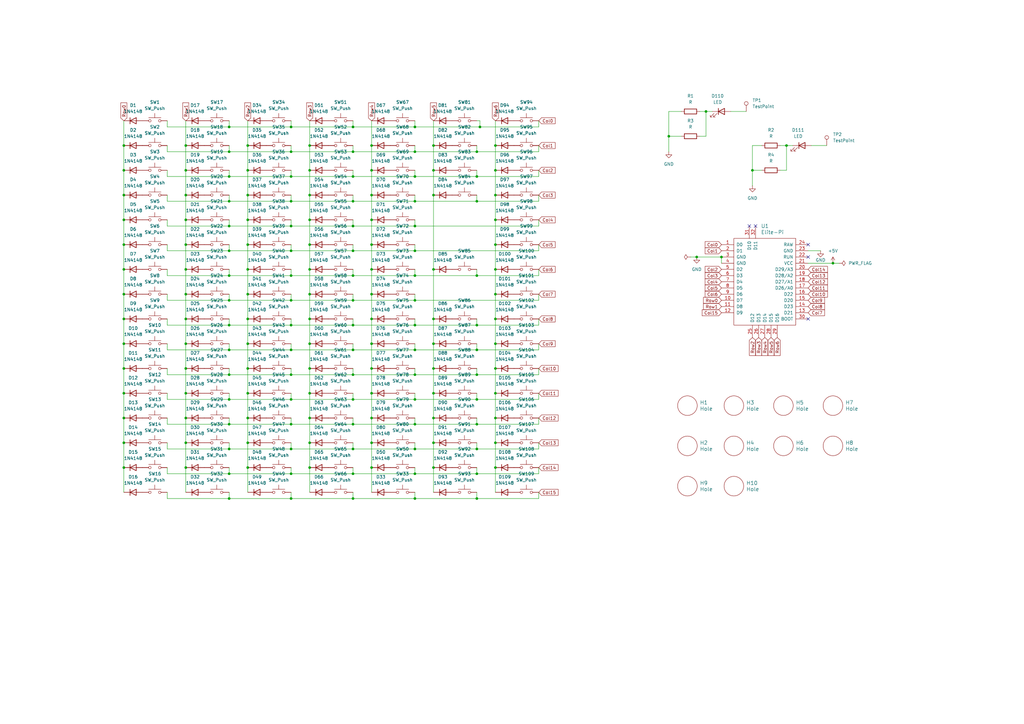
<source format=kicad_sch>
(kicad_sch (version 20250114) (generator "eeschema") (generator_version "9.0")
  (paper "A3")
  (title_block (title "Post-Mechanical Jumbo Py") (date "2025-02-27") (rev "1.0") (company "Quixotic Keyboards, LLC") (comment 2 "For the new tight case and future minimalist case") (comment 3 "Center rear USB with Num Lk and Caps Lk LEDs"))
  (lib_symbols
    (symbol "Connector:TestPoint" (pin_numbers (hide yes)) (pin_names (offset 0.762) (hide yes))
      (property "Reference" "TP" (at 0 6.858 0))
      (property "Value" "TestPoint" (at 0 5.08 0))
      (symbol "TestPoint_1_1"
        (pin passive line (at 0 0 90) (length 2.54) (name "1") (number "1"))
      )
    )
    (symbol "Device:LED" (pin_numbers (hide yes)) (pin_names (offset 1.016) (hide yes))
      (property "Reference" "D" (at 0 2.54 0))
      (property "Value" "LED" (at 0 -2.54 0))
      (symbol "LED_1_1"
        (pin passive line (at -3.81 0 0) (length 2.54) (name "K") (number "1"))
        (pin passive line (at 3.81 0 180) (length 2.54) (name "A") (number "2"))
      )
    )
    (symbol "Device:R" (pin_numbers (hide yes)) (pin_names (offset 0))
      (property "Reference" "R" (at 2.032 0 90))
      (property "Value" "R" (at 0 0 90))
      (symbol "R_1_1"
        (pin passive line (at 0 3.81 270) (length 1.27) (name "~") (number "1"))
        (pin passive line (at 0 -3.81 90) (length 1.27) (name "~") (number "2"))
      )
    )
    (symbol "Dholydai:Elite-Pi" (pin_names (offset 1.016))
      (property "Reference" "U" (at 0 0 0))
      (property "Value" "Elite-Pi" (at -0.254 3.048 0))
      (symbol "Elite-Pi_1_1"
        (pin input line (at -17.78 13.97 0) (length 5.08) (name "D0") (number "1"))
        (pin input line (at -17.78 11.43 0) (length 5.08) (name "D1") (number "2"))
        (pin input line (at -17.78 8.89 0) (length 5.08) (name "GND") (number "3"))
        (pin input line (at -17.78 6.35 0) (length 5.08) (name "GND") (number "4"))
        (pin input line (at -17.78 3.81 0) (length 5.08) (name "D2") (number "5"))
        (pin input line (at -17.78 1.27 0) (length 5.08) (name "D3") (number "6"))
        (pin input line (at -17.78 -1.27 0) (length 5.08) (name "D4") (number "7"))
        (pin input line (at -17.78 -3.81 0) (length 5.08) (name "D5") (number "8"))
        (pin input line (at -17.78 -6.35 0) (length 5.08) (name "D6") (number "9"))
        (pin input line (at -17.78 -8.89 0) (length 5.08) (name "D7") (number "10"))
        (pin input line (at -17.78 -11.43 0) (length 5.08) (name "D8") (number "11"))
        (pin input line (at -17.78 -13.97 0) (length 5.08) (name "D9") (number "12"))
        (pin input line (at -6.35 21.59 270) (length 5.08) (name "D10") (number "31"))
        (pin input line (at -5.08 -24.13 90) (length 5.08) (name "D12") (number "25"))
        (pin input line (at -3.81 21.59 270) (length 5.08) (name "D11") (number "32"))
        (pin input line (at -2.54 -24.13 90) (length 5.08) (name "D13") (number "26"))
        (pin input line (at 0 -24.13 90) (length 5.08) (name "D14") (number "27"))
        (pin input line (at 2.54 -24.13 90) (length 5.08) (name "D15") (number "28"))
        (pin input line (at 5.08 -24.13 90) (length 5.08) (name "D16") (number "29"))
        (pin input line (at 17.78 13.97 180) (length 5.08) (name "RAW") (number "24"))
        (pin input line (at 17.78 11.43 180) (length 5.08) (name "GND") (number "23"))
        (pin input line (at 17.78 8.89 180) (length 5.08) (name "RUN") (number "22"))
        (pin input line (at 17.78 6.35 180) (length 5.08) (name "VCC") (number "21"))
        (pin input line (at 17.78 3.81 180) (length 5.08) (name "D29/A3") (number "20"))
        (pin input line (at 17.78 1.27 180) (length 5.08) (name "D28/A2") (number "19"))
        (pin input line (at 17.78 -1.27 180) (length 5.08) (name "D27/A1") (number "18"))
        (pin input line (at 17.78 -3.81 180) (length 5.08) (name "D26/A0") (number "17"))
        (pin input line (at 17.78 -6.35 180) (length 5.08) (name "D22") (number "16"))
        (pin input line (at 17.78 -8.89 180) (length 5.08) (name "D20") (number "15"))
        (pin input line (at 17.78 -11.43 180) (length 5.08) (name "D23") (number "14"))
        (pin input line (at 17.78 -13.97 180) (length 5.08) (name "D21") (number "13"))
        (pin input line (at 17.78 -16.51 180) (length 5.08) (name "BOOT") (number "30"))
      )
    )
    (symbol "Diode:1N4148" (pin_numbers (hide yes)) (pin_names (hide yes))
      (property "Reference" "D" (at 0 2.54 0))
      (property "Value" "1N4148" (at 0 -2.54 0))
      (symbol "1N4148_1_1"
        (pin passive line (at -3.81 0 0) (length 2.54) (name "K") (number "1"))
        (pin passive line (at 3.81 0 180) (length 2.54) (name "A") (number "2"))
      )
    )
    (symbol "Keebio:Hole" (pin_names (offset 1.016))
      (property "Reference" "H" (at 0 -1.27 0))
      (property "Value" "Hole" (at 0 1.27 0))
    )
    (symbol "Switch:SW_Push" (pin_numbers (hide yes)) (pin_names (offset 1.016) (hide yes))
      (property "Reference" "SW" (at 1.27 2.54 0))
      (property "Value" "SW_Push" (at 0 -1.524 0))
      (symbol "SW_Push_0_1"
        (pin passive line (at -5.08 0 0) (length 2.54) (name "1") (number "1"))
        (pin passive line (at 5.08 0 180) (length 2.54) (name "2") (number "2"))
      )
    )
    (symbol "power:+5V" (power) (pin_numbers (hide yes)) (pin_names (offset 0) (hide yes))
      (property "Value" "+5V" (at 0 3.556 0))
      (symbol "+5V_1_1"
        (pin power_in line (at 0 0 90) (length 0) (name "~") (number "1"))
      )
    )
    (symbol "power:GND" (power) (pin_numbers (hide yes)) (pin_names (offset 0) (hide yes))
      (property "Value" "GND" (at 0 -3.81 0))
      (symbol "GND_1_1"
        (pin power_in line (at 0 0 270) (length 0) (name "~") (number "1"))
      )
    )
    (symbol "power:PWR_FLAG" (power) (pin_numbers (hide yes)) (pin_names (offset 0) (hide yes))
      (property "Value" "PWR_FLAG" (at 0 3.81 0))
      (symbol "PWR_FLAG_0_0"
        (pin power_out line (at 0 0 90) (length 0) (name "~") (number "1"))
      )
    )
  )
  (junction (at 170.18 204.47))
  (junction (at 177.8 130.81))
  (junction (at 203.2 181.61))
  (junction (at 170.18 102.87))
  (junction (at 203.2 130.81))
  (junction (at 144.78 173.99))
  (junction (at 93.98 143.51))
  (junction (at 93.98 153.67))
  (junction (at 119.38 123.19))
  (junction (at 195.58 113.03))
  (junction (at 195.58 72.39))
  (junction (at 119.38 113.03))
  (junction (at 144.78 72.39))
  (junction (at 144.78 194.31))
  (junction (at 101.6 120.65))
  (junction (at 170.18 82.55))
  (junction (at 203.2 191.77))
  (junction (at 93.98 194.31))
  (junction (at 119.38 143.51))
  (junction (at 76.2 171.45))
  (junction (at 76.2 120.65))
  (junction (at 152.4 90.17))
  (junction (at 119.38 204.47))
  (junction (at 177.8 140.97))
  (junction (at 177.8 151.13))
  (junction (at 93.98 113.03))
  (junction (at 274.32 55.88))
  (junction (at 203.2 69.85))
  (junction (at 76.2 151.13))
  (junction (at 195.58 204.47))
  (junction (at 289.56 45.72))
  (junction (at 50.8 140.97))
  (junction (at 50.8 181.61))
  (junction (at 195.58 62.23))
  (junction (at 144.78 163.83))
  (junction (at 119.38 72.39))
  (junction (at 76.2 161.29))
  (junction (at 285.75 105.41))
  (junction (at 93.98 72.39))
  (junction (at 127 171.45))
  (junction (at 93.98 204.47))
  (junction (at 196.85 52.07))
  (junction (at 144.78 102.87))
  (junction (at 308.61 69.85))
  (junction (at 50.8 161.29))
  (junction (at 50.8 110.49))
  (junction (at 144.78 52.07))
  (junction (at 177.8 161.29))
  (junction (at 144.78 133.35))
  (junction (at 76.2 69.85))
  (junction (at 203.2 171.45))
  (junction (at 144.78 204.47))
  (junction (at 119.38 133.35))
  (junction (at 127 120.65))
  (junction (at 119.38 173.99))
  (junction (at 76.2 110.49))
  (junction (at 152.4 80.01))
  (junction (at 152.4 191.77))
  (junction (at 76.2 140.97))
  (junction (at 170.18 173.99))
  (junction (at 101.6 191.77))
  (junction (at 76.2 100.33))
  (junction (at 50.8 69.85))
  (junction (at 119.38 52.07))
  (junction (at 93.98 123.19))
  (junction (at 144.78 143.51))
  (junction (at 119.38 194.31))
  (junction (at 76.2 59.69))
  (junction (at 101.6 171.45))
  (junction (at 195.58 194.31))
  (junction (at 93.98 184.15))
  (junction (at 170.18 133.35))
  (junction (at 119.38 153.67))
  (junction (at 170.18 62.23))
  (junction (at 195.58 143.51))
  (junction (at 76.2 80.01))
  (junction (at 170.18 92.71))
  (junction (at 152.4 161.29))
  (junction (at 50.8 100.33))
  (junction (at 50.8 120.65))
  (junction (at 119.38 62.23))
  (junction (at 177.8 59.69))
  (junction (at 101.6 161.29))
  (junction (at 76.2 191.77))
  (junction (at 195.58 163.83))
  (junction (at 152.4 59.69))
  (junction (at 93.98 102.87))
  (junction (at 295.91 105.41))
  (junction (at 101.6 151.13))
  (junction (at 322.58 59.69))
  (junction (at 177.8 110.49))
  (junction (at 50.8 171.45))
  (junction (at 50.8 80.01))
  (junction (at 127 130.81))
  (junction (at 76.2 181.61))
  (junction (at 177.8 80.01))
  (junction (at 93.98 173.99))
  (junction (at 127 80.01))
  (junction (at 203.2 151.13))
  (junction (at 177.8 171.45))
  (junction (at 203.2 59.69))
  (junction (at 170.18 163.83))
  (junction (at 144.78 113.03))
  (junction (at 203.2 120.65))
  (junction (at 195.58 153.67))
  (junction (at 144.78 82.55))
  (junction (at 127 161.29))
  (junction (at 144.78 184.15))
  (junction (at 144.78 62.23))
  (junction (at 152.4 151.13))
  (junction (at 170.18 113.03))
  (junction (at 50.8 151.13))
  (junction (at 152.4 69.85))
  (junction (at 50.8 191.77))
  (junction (at 119.38 82.55))
  (junction (at 101.6 110.49))
  (junction (at 127 110.49))
  (junction (at 76.2 130.81))
  (junction (at 144.78 153.67))
  (junction (at 93.98 133.35))
  (junction (at 101.6 181.61))
  (junction (at 101.6 90.17))
  (junction (at 50.8 130.81))
  (junction (at 127 69.85))
  (junction (at 127 90.17))
  (junction (at 119.38 102.87))
  (junction (at 203.2 80.01))
  (junction (at 152.4 171.45))
  (junction (at 144.78 123.19))
  (junction (at 203.2 90.17))
  (junction (at 170.18 153.67))
  (junction (at 127 59.69))
  (junction (at 170.18 72.39))
  (junction (at 101.6 59.69))
  (junction (at 152.4 120.65))
  (junction (at 152.4 181.61))
  (junction (at 76.2 90.17))
  (junction (at 127 191.77))
  (junction (at 170.18 184.15))
  (junction (at 152.4 110.49))
  (junction (at 93.98 52.07))
  (junction (at 170.18 52.07))
  (junction (at 119.38 92.71))
  (junction (at 93.98 163.83))
  (junction (at 101.6 100.33))
  (junction (at 93.98 92.71))
  (junction (at 119.38 184.15))
  (junction (at 93.98 62.23))
  (junction (at 177.8 191.77))
  (junction (at 152.4 100.33))
  (junction (at 101.6 140.97))
  (junction (at 152.4 140.97))
  (junction (at 177.8 69.85))
  (junction (at 195.58 173.99))
  (junction (at 93.98 82.55))
  (junction (at 203.2 110.49))
  (junction (at 50.8 90.17))
  (junction (at 127 140.97))
  (junction (at 101.6 69.85))
  (junction (at 50.8 59.69))
  (junction (at 101.6 80.01))
  (junction (at 203.2 161.29))
  (junction (at 341.63 107.95))
  (junction (at 127 181.61))
  (junction (at 144.78 92.71))
  (junction (at 127 151.13))
  (junction (at 170.18 194.31))
  (junction (at 203.2 140.97))
  (junction (at 203.2 100.33))
  (junction (at 152.4 130.81))
  (junction (at 170.18 123.19))
  (junction (at 101.6 130.81))
  (junction (at 177.8 181.61))
  (junction (at 119.38 163.83))
  (junction (at 127 100.33))
  (junction (at 195.58 184.15))
  (junction (at 195.58 133.35))
  (junction (at 195.58 82.55))
  (junction (at 170.18 143.51))
  (no_connect (at 331.47 105.41))
  (no_connect (at 331.47 130.81))
  (no_connect (at 309.88 92.71))
  (no_connect (at 331.47 100.33))
  (no_connect (at 307.34 92.71))
  (wire (pts (xy 195.58 62.23) (xy 220.98 62.23)))
  (wire (pts (xy 325.12 59.69) (xy 322.58 59.69)))
  (wire (pts (xy 152.4 191.77) (xy 152.4 201.93)))
  (wire (pts (xy 50.8 100.33) (xy 50.8 110.49)))
  (wire (pts (xy 119.38 100.33) (xy 119.38 102.87)))
  (wire (pts (xy 119.38 102.87) (xy 144.78 102.87)))
  (wire (pts (xy 170.18 123.19) (xy 220.98 123.19)))
  (wire (pts (xy 152.4 69.85) (xy 152.4 80.01)))
  (wire (pts (xy 170.18 92.71) (xy 220.98 92.71)))
  (wire (pts (xy 220.98 130.81) (xy 220.98 133.35)))
  (wire (pts (xy 76.2 69.85) (xy 76.2 80.01)))
  (wire (pts (xy 119.38 110.49) (xy 119.38 113.03)))
  (wire (pts (xy 144.78 161.29) (xy 144.78 163.83)))
  (wire (pts (xy 295.91 105.41) (xy 295.91 107.95)))
  (wire (pts (xy 93.98 92.71) (xy 119.38 92.71)))
  (wire (pts (xy 177.8 59.69) (xy 177.8 69.85)))
  (wire (pts (xy 119.38 92.71) (xy 144.78 92.71)))
  (wire (pts (xy 76.2 120.65) (xy 76.2 130.81)))
  (wire (pts (xy 127 161.29) (xy 127 171.45)))
  (wire (pts (xy 127 130.81) (xy 127 140.97)))
  (wire (pts (xy 322.58 59.69) (xy 322.58 69.85)))
  (wire (pts (xy 50.8 161.29) (xy 50.8 171.45)))
  (wire (pts (xy 93.98 173.99) (xy 119.38 173.99)))
  (wire (pts (xy 170.18 184.15) (xy 195.58 184.15)))
  (wire (pts (xy 93.98 72.39) (xy 119.38 72.39)))
  (wire (pts (xy 203.2 110.49) (xy 203.2 120.65)))
  (wire (pts (xy 195.58 130.81) (xy 195.58 133.35)))
  (wire (pts (xy 68.58 72.39) (xy 93.98 72.39)))
  (wire (pts (xy 170.18 62.23) (xy 195.58 62.23)))
  (wire (pts (xy 127 90.17) (xy 127 100.33)))
  (wire (pts (xy 203.2 130.81) (xy 203.2 140.97)))
  (wire (pts (xy 68.58 133.35) (xy 93.98 133.35)))
  (wire (pts (xy 68.58 191.77) (xy 68.58 194.31)))
  (wire (pts (xy 170.18 90.17) (xy 170.18 92.71)))
  (wire (pts (xy 195.58 184.15) (xy 220.98 184.15)))
  (wire (pts (xy 50.8 90.17) (xy 50.8 100.33)))
  (wire (pts (xy 93.98 191.77) (xy 93.98 194.31)))
  (wire (pts (xy 220.98 171.45) (xy 220.98 173.99)))
  (wire (pts (xy 68.58 153.67) (xy 93.98 153.67)))
  (wire (pts (xy 170.18 100.33) (xy 170.18 102.87)))
  (wire (pts (xy 50.8 120.65) (xy 50.8 130.81)))
  (wire (pts (xy 144.78 191.77) (xy 144.78 194.31)))
  (wire (pts (xy 68.58 100.33) (xy 68.58 102.87)))
  (wire (pts (xy 93.98 100.33) (xy 93.98 102.87)))
  (wire (pts (xy 101.6 49.53) (xy 101.6 59.69)))
  (wire (pts (xy 170.18 80.01) (xy 170.18 82.55)))
  (wire (pts (xy 144.78 151.13) (xy 144.78 153.67)))
  (wire (pts (xy 68.58 201.93) (xy 68.58 204.47)))
  (wire (pts (xy 285.75 105.41) (xy 295.91 105.41)))
  (wire (pts (xy 93.98 184.15) (xy 119.38 184.15)))
  (wire (pts (xy 101.6 191.77) (xy 101.6 201.93)))
  (wire (pts (xy 170.18 191.77) (xy 170.18 194.31)))
  (wire (pts (xy 144.78 153.67) (xy 170.18 153.67)))
  (wire (pts (xy 101.6 90.17) (xy 101.6 100.33)))
  (wire (pts (xy 119.38 143.51) (xy 144.78 143.51)))
  (wire (pts (xy 195.58 181.61) (xy 195.58 184.15)))
  (wire (pts (xy 195.58 133.35) (xy 220.98 133.35)))
  (wire (pts (xy 195.58 163.83) (xy 220.98 163.83)))
  (wire (pts (xy 68.58 171.45) (xy 68.58 173.99)))
  (wire (pts (xy 101.6 130.81) (xy 101.6 140.97)))
  (wire (pts (xy 322.58 69.85) (xy 320.04 69.85)))
  (wire (pts (xy 195.58 161.29) (xy 195.58 163.83)))
  (wire (pts (xy 170.18 113.03) (xy 195.58 113.03)))
  (wire (pts (xy 68.58 173.99) (xy 93.98 173.99)))
  (wire (pts (xy 119.38 204.47) (xy 144.78 204.47)))
  (wire (pts (xy 177.8 80.01) (xy 177.8 110.49)))
  (wire (pts (xy 322.58 59.69) (xy 320.04 59.69)))
  (wire (pts (xy 144.78 130.81) (xy 144.78 133.35)))
  (wire (pts (xy 195.58 204.47) (xy 220.98 204.47)))
  (wire (pts (xy 76.2 171.45) (xy 76.2 181.61)))
  (wire (pts (xy 93.98 140.97) (xy 93.98 143.51)))
  (wire (pts (xy 101.6 161.29) (xy 101.6 171.45)))
  (wire (pts (xy 50.8 49.53) (xy 50.8 59.69)))
  (wire (pts (xy 220.98 151.13) (xy 220.98 153.67)))
  (wire (pts (xy 50.8 80.01) (xy 50.8 90.17)))
  (wire (pts (xy 144.78 184.15) (xy 170.18 184.15)))
  (wire (pts (xy 119.38 69.85) (xy 119.38 72.39)))
  (wire (pts (xy 68.58 59.69) (xy 68.58 62.23)))
  (wire (pts (xy 119.38 72.39) (xy 144.78 72.39)))
  (wire (pts (xy 119.38 120.65) (xy 119.38 123.19)))
  (wire (pts (xy 152.4 100.33) (xy 152.4 110.49)))
  (wire (pts (xy 93.98 82.55) (xy 119.38 82.55)))
  (wire (pts (xy 203.2 120.65) (xy 203.2 130.81)))
  (wire (pts (xy 68.58 204.47) (xy 93.98 204.47)))
  (wire (pts (xy 76.2 181.61) (xy 76.2 191.77)))
  (wire (pts (xy 203.2 69.85) (xy 203.2 80.01)))
  (wire (pts (xy 220.98 191.77) (xy 220.98 194.31)))
  (wire (pts (xy 93.98 113.03) (xy 119.38 113.03)))
  (wire (pts (xy 119.38 123.19) (xy 144.78 123.19)))
  (wire (pts (xy 119.38 191.77) (xy 119.38 194.31)))
  (wire (pts (xy 203.2 80.01) (xy 203.2 90.17)))
  (wire (pts (xy 195.58 173.99) (xy 220.98 173.99)))
  (wire (pts (xy 344.17 107.95) (xy 341.63 107.95)))
  (wire (pts (xy 119.38 194.31) (xy 144.78 194.31)))
  (wire (pts (xy 76.2 80.01) (xy 76.2 90.17)))
  (wire (pts (xy 119.38 140.97) (xy 119.38 143.51)))
  (wire (pts (xy 177.8 49.53) (xy 177.8 59.69)))
  (wire (pts (xy 93.98 59.69) (xy 93.98 62.23)))
  (wire (pts (xy 152.4 110.49) (xy 152.4 120.65)))
  (wire (pts (xy 152.4 161.29) (xy 152.4 171.45)))
  (wire (pts (xy 144.78 52.07) (xy 170.18 52.07)))
  (wire (pts (xy 50.8 69.85) (xy 50.8 80.01)))
  (wire (pts (xy 93.98 123.19) (xy 119.38 123.19)))
  (wire (pts (xy 101.6 140.97) (xy 101.6 151.13)))
  (wire (pts (xy 170.18 72.39) (xy 195.58 72.39)))
  (wire (pts (xy 274.32 55.88) (xy 274.32 62.23)))
  (wire (pts (xy 76.2 90.17) (xy 76.2 100.33)))
  (wire (pts (xy 68.58 113.03) (xy 93.98 113.03)))
  (wire (pts (xy 196.85 49.53) (xy 195.58 49.53)))
  (wire (pts (xy 127 151.13) (xy 127 161.29)))
  (wire (pts (xy 101.6 59.69) (xy 101.6 69.85)))
  (wire (pts (xy 101.6 181.61) (xy 101.6 191.77)))
  (wire (pts (xy 312.42 59.69) (xy 308.61 59.69)))
  (wire (pts (xy 220.98 59.69) (xy 220.98 62.23)))
  (wire (pts (xy 68.58 130.81) (xy 68.58 133.35)))
  (wire (pts (xy 76.2 110.49) (xy 76.2 120.65)))
  (wire (pts (xy 274.32 45.72) (xy 279.4 45.72)))
  (wire (pts (xy 203.2 100.33) (xy 203.2 110.49)))
  (wire (pts (xy 220.98 69.85) (xy 220.98 72.39)))
  (wire (pts (xy 308.61 69.85) (xy 312.42 69.85)))
  (wire (pts (xy 144.78 59.69) (xy 144.78 62.23)))
  (wire (pts (xy 170.18 140.97) (xy 170.18 143.51)))
  (wire (pts (xy 287.02 55.88) (xy 289.56 55.88)))
  (wire (pts (xy 127 69.85) (xy 127 80.01)))
  (wire (pts (xy 144.78 110.49) (xy 144.78 113.03)))
  (wire (pts (xy 170.18 171.45) (xy 170.18 173.99)))
  (wire (pts (xy 308.61 59.69) (xy 308.61 69.85)))
  (wire (pts (xy 76.2 130.81) (xy 76.2 140.97)))
  (wire (pts (xy 127 59.69) (xy 127 69.85)))
  (wire (pts (xy 170.18 82.55) (xy 195.58 82.55)))
  (wire (pts (xy 331.47 102.87) (xy 336.55 102.87)))
  (wire (pts (xy 68.58 143.51) (xy 93.98 143.51)))
  (wire (pts (xy 170.18 110.49) (xy 170.18 113.03)))
  (wire (pts (xy 170.18 102.87) (xy 220.98 102.87)))
  (wire (pts (xy 152.4 90.17) (xy 152.4 100.33)))
  (wire (pts (xy 93.98 102.87) (xy 119.38 102.87)))
  (wire (pts (xy 274.32 55.88) (xy 279.4 55.88)))
  (wire (pts (xy 144.78 171.45) (xy 144.78 173.99)))
  (wire (pts (xy 220.98 201.93) (xy 220.98 204.47)))
  (wire (pts (xy 220.98 80.01) (xy 220.98 82.55)))
  (wire (pts (xy 119.38 49.53) (xy 119.38 52.07)))
  (wire (pts (xy 144.78 90.17) (xy 144.78 92.71)))
  (wire (pts (xy 119.38 90.17) (xy 119.38 92.71)))
  (wire (pts (xy 101.6 110.49) (xy 101.6 120.65)))
  (wire (pts (xy 144.78 100.33) (xy 144.78 102.87)))
  (wire (pts (xy 68.58 161.29) (xy 68.58 163.83)))
  (wire (pts (xy 93.98 151.13) (xy 93.98 153.67)))
  (wire (pts (xy 152.4 171.45) (xy 152.4 181.61)))
  (wire (pts (xy 68.58 52.07) (xy 93.98 52.07)))
  (wire (pts (xy 195.58 72.39) (xy 220.98 72.39)))
  (wire (pts (xy 144.78 173.99) (xy 170.18 173.99)))
  (wire (pts (xy 144.78 143.51) (xy 170.18 143.51)))
  (wire (pts (xy 144.78 201.93) (xy 144.78 204.47)))
  (wire (pts (xy 177.8 130.81) (xy 177.8 140.97)))
  (wire (pts (xy 119.38 62.23) (xy 144.78 62.23)))
  (wire (pts (xy 220.98 181.61) (xy 220.98 184.15)))
  (wire (pts (xy 152.4 59.69) (xy 152.4 69.85)))
  (wire (pts (xy 170.18 52.07) (xy 196.85 52.07)))
  (wire (pts (xy 68.58 102.87) (xy 93.98 102.87)))
  (wire (pts (xy 220.98 110.49) (xy 220.98 113.03)))
  (wire (pts (xy 195.58 194.31) (xy 220.98 194.31)))
  (wire (pts (xy 152.4 181.61) (xy 152.4 191.77)))
  (wire (pts (xy 220.98 49.53) (xy 220.98 52.07)))
  (wire (pts (xy 170.18 173.99) (xy 195.58 173.99)))
  (wire (pts (xy 170.18 153.67) (xy 195.58 153.67)))
  (wire (pts (xy 50.8 59.69) (xy 50.8 69.85)))
  (wire (pts (xy 76.2 100.33) (xy 76.2 110.49)))
  (wire (pts (xy 144.78 80.01) (xy 144.78 82.55)))
  (wire (pts (xy 170.18 201.93) (xy 170.18 204.47)))
  (wire (pts (xy 195.58 59.69) (xy 195.58 62.23)))
  (wire (pts (xy 50.8 181.61) (xy 50.8 191.77)))
  (wire (pts (xy 93.98 143.51) (xy 119.38 143.51)))
  (wire (pts (xy 331.47 107.95) (xy 341.63 107.95)))
  (wire (pts (xy 203.2 181.61) (xy 203.2 191.77)))
  (wire (pts (xy 152.4 140.97) (xy 152.4 151.13)))
  (wire (pts (xy 220.98 140.97) (xy 220.98 143.51)))
  (wire (pts (xy 93.98 163.83) (xy 119.38 163.83)))
  (wire (pts (xy 68.58 120.65) (xy 68.58 123.19)))
  (wire (pts (xy 220.98 161.29) (xy 220.98 163.83)))
  (wire (pts (xy 177.8 191.77) (xy 177.8 201.93)))
  (wire (pts (xy 177.8 110.49) (xy 177.8 130.81)))
  (wire (pts (xy 152.4 151.13) (xy 152.4 161.29)))
  (wire (pts (xy 93.98 90.17) (xy 93.98 92.71)))
  (wire (pts (xy 93.98 110.49) (xy 93.98 113.03)))
  (wire (pts (xy 119.38 161.29) (xy 119.38 163.83)))
  (wire (pts (xy 196.85 52.07) (xy 220.98 52.07)))
  (wire (pts (xy 127 110.49) (xy 127 120.65)))
  (wire (pts (xy 195.58 69.85) (xy 195.58 72.39)))
  (wire (pts (xy 50.8 151.13) (xy 50.8 161.29)))
  (wire (pts (xy 50.8 140.97) (xy 50.8 151.13)))
  (wire (pts (xy 170.18 102.87) (xy 144.78 102.87)))
  (wire (pts (xy 203.2 151.13) (xy 203.2 161.29)))
  (wire (pts (xy 127 120.65) (xy 127 130.81)))
  (wire (pts (xy 93.98 181.61) (xy 93.98 184.15)))
  (wire (pts (xy 119.38 173.99) (xy 144.78 173.99)))
  (wire (pts (xy 101.6 100.33) (xy 101.6 110.49)))
  (wire (pts (xy 68.58 49.53) (xy 68.58 52.07)))
  (wire (pts (xy 93.98 52.07) (xy 119.38 52.07)))
  (wire (pts (xy 127 49.53) (xy 127 59.69)))
  (wire (pts (xy 127 171.45) (xy 127 181.61)))
  (wire (pts (xy 144.78 62.23) (xy 170.18 62.23)))
  (wire (pts (xy 152.4 80.01) (xy 152.4 90.17)))
  (wire (pts (xy 76.2 49.53) (xy 76.2 59.69)))
  (wire (pts (xy 170.18 49.53) (xy 170.18 52.07)))
  (wire (pts (xy 68.58 181.61) (xy 68.58 184.15)))
  (wire (pts (xy 289.56 45.72) (xy 287.02 45.72)))
  (wire (pts (xy 76.2 161.29) (xy 76.2 171.45)))
  (wire (pts (xy 119.38 163.83) (xy 144.78 163.83)))
  (wire (pts (xy 144.78 69.85) (xy 144.78 72.39)))
  (wire (pts (xy 203.2 140.97) (xy 203.2 151.13)))
  (wire (pts (xy 119.38 151.13) (xy 119.38 153.67)))
  (wire (pts (xy 76.2 151.13) (xy 76.2 161.29)))
  (wire (pts (xy 76.2 59.69) (xy 76.2 69.85)))
  (wire (pts (xy 170.18 161.29) (xy 170.18 163.83)))
  (wire (pts (xy 195.58 153.67) (xy 220.98 153.67)))
  (wire (pts (xy 68.58 163.83) (xy 93.98 163.83)))
  (wire (pts (xy 93.98 62.23) (xy 119.38 62.23)))
  (wire (pts (xy 144.78 204.47) (xy 170.18 204.47)))
  (wire (pts (xy 68.58 82.55) (xy 93.98 82.55)))
  (wire (pts (xy 93.98 133.35) (xy 119.38 133.35)))
  (wire (pts (xy 195.58 82.55) (xy 220.98 82.55)))
  (wire (pts (xy 203.2 59.69) (xy 203.2 69.85)))
  (wire (pts (xy 93.98 161.29) (xy 93.98 163.83)))
  (wire (pts (xy 119.38 201.93) (xy 119.38 204.47)))
  (wire (pts (xy 93.98 69.85) (xy 93.98 72.39)))
  (wire (pts (xy 93.98 194.31) (xy 119.38 194.31)))
  (wire (pts (xy 195.58 110.49) (xy 195.58 113.03)))
  (wire (pts (xy 144.78 92.71) (xy 170.18 92.71)))
  (wire (pts (xy 170.18 151.13) (xy 170.18 153.67)))
  (wire (pts (xy 119.38 52.07) (xy 144.78 52.07)))
  (wire (pts (xy 177.8 69.85) (xy 177.8 80.01)))
  (wire (pts (xy 119.38 181.61) (xy 119.38 184.15)))
  (wire (pts (xy 93.98 49.53) (xy 93.98 52.07)))
  (wire (pts (xy 177.8 181.61) (xy 177.8 191.77)))
  (wire (pts (xy 119.38 82.55) (xy 144.78 82.55)))
  (wire (pts (xy 177.8 140.97) (xy 177.8 151.13)))
  (wire (pts (xy 170.18 204.47) (xy 195.58 204.47)))
  (wire (pts (xy 289.56 45.72) (xy 289.56 55.88)))
  (wire (pts (xy 50.8 191.77) (xy 50.8 201.93)))
  (wire (pts (xy 274.32 45.72) (xy 274.32 55.88)))
  (wire (pts (xy 144.78 120.65) (xy 144.78 123.19)))
  (wire (pts (xy 177.8 151.13) (xy 177.8 161.29)))
  (wire (pts (xy 68.58 90.17) (xy 68.58 92.71)))
  (wire (pts (xy 203.2 90.17) (xy 203.2 100.33)))
  (wire (pts (xy 203.2 49.53) (xy 203.2 59.69)))
  (wire (pts (xy 68.58 92.71) (xy 93.98 92.71)))
  (wire (pts (xy 306.07 45.72) (xy 299.72 45.72)))
  (wire (pts (xy 177.8 161.29) (xy 177.8 171.45)))
  (wire (pts (xy 127 80.01) (xy 127 90.17)))
  (wire (pts (xy 93.98 153.67) (xy 119.38 153.67)))
  (wire (pts (xy 196.85 52.07) (xy 196.85 49.53)))
  (wire (pts (xy 220.98 90.17) (xy 220.98 92.71)))
  (wire (pts (xy 119.38 130.81) (xy 119.38 133.35)))
  (wire (pts (xy 68.58 110.49) (xy 68.58 113.03)))
  (wire (pts (xy 144.78 72.39) (xy 170.18 72.39)))
  (wire (pts (xy 203.2 161.29) (xy 203.2 171.45)))
  (wire (pts (xy 76.2 140.97) (xy 76.2 151.13)))
  (wire (pts (xy 144.78 82.55) (xy 170.18 82.55)))
  (wire (pts (xy 119.38 80.01) (xy 119.38 82.55)))
  (wire (pts (xy 152.4 120.65) (xy 152.4 130.81)))
  (wire (pts (xy 283.21 105.41) (xy 285.75 105.41)))
  (wire (pts (xy 170.18 194.31) (xy 195.58 194.31)))
  (wire (pts (xy 68.58 140.97) (xy 68.58 143.51)))
  (wire (pts (xy 144.78 49.53) (xy 144.78 52.07)))
  (wire (pts (xy 144.78 163.83) (xy 170.18 163.83)))
  (wire (pts (xy 152.4 130.81) (xy 152.4 140.97)))
  (wire (pts (xy 220.98 100.33) (xy 220.98 102.87)))
  (wire (pts (xy 127 100.33) (xy 127 110.49)))
  (wire (pts (xy 93.98 171.45) (xy 93.98 173.99)))
  (wire (pts (xy 170.18 130.81) (xy 170.18 133.35)))
  (wire (pts (xy 195.58 140.97) (xy 195.58 143.51)))
  (wire (pts (xy 144.78 194.31) (xy 170.18 194.31)))
  (wire (pts (xy 93.98 130.81) (xy 93.98 133.35)))
  (wire (pts (xy 170.18 59.69) (xy 170.18 62.23)))
  (wire (pts (xy 144.78 123.19) (xy 170.18 123.19)))
  (wire (pts (xy 50.8 110.49) (xy 50.8 120.65)))
  (wire (pts (xy 101.6 151.13) (xy 101.6 161.29)))
  (wire (pts (xy 127 140.97) (xy 127 151.13)))
  (wire (pts (xy 127 181.61) (xy 127 191.77)))
  (wire (pts (xy 93.98 80.01) (xy 93.98 82.55)))
  (wire (pts (xy 195.58 143.51) (xy 220.98 143.51)))
  (wire (pts (xy 170.18 133.35) (xy 195.58 133.35)))
  (wire (pts (xy 203.2 191.77) (xy 203.2 201.93)))
  (wire (pts (xy 170.18 143.51) (xy 195.58 143.51)))
  (wire (pts (xy 195.58 151.13) (xy 195.58 153.67)))
  (wire (pts (xy 119.38 153.67) (xy 144.78 153.67)))
  (wire (pts (xy 220.98 120.65) (xy 220.98 123.19)))
  (wire (pts (xy 308.61 69.85) (xy 308.61 76.2)))
  (wire (pts (xy 93.98 201.93) (xy 93.98 204.47)))
  (wire (pts (xy 101.6 120.65) (xy 101.6 130.81)))
  (wire (pts (xy 144.78 113.03) (xy 170.18 113.03)))
  (wire (pts (xy 195.58 80.01) (xy 195.58 82.55)))
  (wire (pts (xy 292.1 45.72) (xy 289.56 45.72)))
  (wire (pts (xy 195.58 171.45) (xy 195.58 173.99)))
  (wire (pts (xy 119.38 133.35) (xy 144.78 133.35)))
  (wire (pts (xy 68.58 184.15) (xy 93.98 184.15)))
  (wire (pts (xy 101.6 171.45) (xy 101.6 181.61)))
  (wire (pts (xy 68.58 123.19) (xy 93.98 123.19)))
  (wire (pts (xy 119.38 59.69) (xy 119.38 62.23)))
  (wire (pts (xy 177.8 171.45) (xy 177.8 181.61)))
  (wire (pts (xy 68.58 151.13) (xy 68.58 153.67)))
  (wire (pts (xy 93.98 204.47) (xy 119.38 204.47)))
  (wire (pts (xy 119.38 113.03) (xy 144.78 113.03)))
  (wire (pts (xy 203.2 171.45) (xy 203.2 181.61)))
  (wire (pts (xy 50.8 130.81) (xy 50.8 140.97)))
  (wire (pts (xy 144.78 140.97) (xy 144.78 143.51)))
  (wire (pts (xy 93.98 120.65) (xy 93.98 123.19)))
  (wire (pts (xy 68.58 62.23) (xy 93.98 62.23)))
  (wire (pts (xy 152.4 49.53) (xy 152.4 59.69)))
  (wire (pts (xy 339.09 59.69) (xy 332.74 59.69)))
  (wire (pts (xy 195.58 113.03) (xy 220.98 113.03)))
  (wire (pts (xy 144.78 181.61) (xy 144.78 184.15)))
  (wire (pts (xy 101.6 69.85) (xy 101.6 80.01)))
  (wire (pts (xy 170.18 120.65) (xy 170.18 123.19)))
  (wire (pts (xy 195.58 191.77) (xy 195.58 194.31)))
  (wire (pts (xy 68.58 69.85) (xy 68.58 72.39)))
  (wire (pts (xy 170.18 181.61) (xy 170.18 184.15)))
  (wire (pts (xy 127 191.77) (xy 127 201.93)))
  (wire (pts (xy 76.2 191.77) (xy 76.2 201.93)))
  (wire (pts (xy 119.38 184.15) (xy 144.78 184.15)))
  (wire (pts (xy 119.38 171.45) (xy 119.38 173.99)))
  (wire (pts (xy 68.58 80.01) (xy 68.58 82.55)))
  (wire (pts (xy 170.18 163.83) (xy 195.58 163.83)))
  (wire (pts (xy 68.58 194.31) (xy 93.98 194.31)))
  (wire (pts (xy 144.78 133.35) (xy 170.18 133.35)))
  (wire (pts (xy 170.18 69.85) (xy 170.18 72.39)))
  (wire (pts (xy 101.6 80.01) (xy 101.6 90.17)))
  (wire (pts (xy 50.8 171.45) (xy 50.8 181.61)))
  (wire (pts (xy 195.58 201.93) (xy 195.58 204.47)))
  (global_label "Row0" (shape input) (at 50.8 49.53 90) (property "Intersheetrefs" "${INTERSHEET_REFS}" (effects (hide yes))))
  (global_label "Col14" (shape input) (at 220.98 191.77 0) (property "Intersheetrefs" "${INTERSHEET_REFS}" (effects (hide yes))))
  (global_label "Col12" (shape input) (at 220.98 171.45 0) (property "Intersheetrefs" "${INTERSHEET_REFS}" (effects (hide yes))))
  (global_label "Col6" (shape input) (at 220.98 110.49 0) (property "Intersheetrefs" "${INTERSHEET_REFS}" (effects (hide yes))))
  (global_label "Row4" (shape input) (at 152.4 49.53 90) (property "Intersheetrefs" "${INTERSHEET_REFS}" (effects (hide yes))))
  (global_label "Col12" (shape input) (at 331.47 115.57 0) (property "Intersheetrefs" "${INTERSHEET_REFS}" (effects (hide yes))))
  (global_label "Col7" (shape input) (at 331.47 128.27 0) (property "Intersheetrefs" "${INTERSHEET_REFS}" (effects (hide yes))))
  (global_label "Col0" (shape input) (at 295.91 100.33 180) (property "Intersheetrefs" "${INTERSHEET_REFS}" (effects (hide yes))))
  (global_label "Col15" (shape input) (at 295.91 128.27 180) (property "Intersheetrefs" "${INTERSHEET_REFS}" (effects (hide yes))))
  (global_label "Col9" (shape input) (at 331.47 123.19 0) (property "Intersheetrefs" "${INTERSHEET_REFS}" (effects (hide yes))))
  (global_label "Col0" (shape input) (at 220.98 49.53 0) (property "Intersheetrefs" "${INTERSHEET_REFS}" (effects (hide yes))))
  (global_label "Row3" (shape input) (at 127 49.53 90) (property "Intersheetrefs" "${INTERSHEET_REFS}" (effects (hide yes))))
  (global_label "Row5" (shape input) (at 177.8 49.53 90) (property "Intersheetrefs" "${INTERSHEET_REFS}" (effects (hide yes))))
  (global_label "Row1" (shape input) (at 295.91 125.73 180) (property "Intersheetrefs" "${INTERSHEET_REFS}" (effects (hide yes))))
  (global_label "Col2" (shape input) (at 295.91 110.49 180) (property "Intersheetrefs" "${INTERSHEET_REFS}" (effects (hide yes))))
  (global_label "Row5" (shape input) (at 316.23 138.43 270) (property "Intersheetrefs" "${INTERSHEET_REFS}" (effects (hide yes))))
  (global_label "Row3" (shape input) (at 311.15 138.43 270) (property "Intersheetrefs" "${INTERSHEET_REFS}" (effects (hide yes))))
  (global_label "Col11" (shape input) (at 220.98 161.29 0) (property "Intersheetrefs" "${INTERSHEET_REFS}" (effects (hide yes))))
  (global_label "Row6" (shape input) (at 203.2 49.53 90) (property "Intersheetrefs" "${INTERSHEET_REFS}" (effects (hide yes))))
  (global_label "Col10" (shape input) (at 331.47 120.65 0) (property "Intersheetrefs" "${INTERSHEET_REFS}" (effects (hide yes))))
  (global_label "Col5" (shape input) (at 295.91 118.11 180) (property "Intersheetrefs" "${INTERSHEET_REFS}" (effects (hide yes))))
  (global_label "Col7" (shape input) (at 220.98 120.65 0) (property "Intersheetrefs" "${INTERSHEET_REFS}" (effects (hide yes))))
  (global_label "Col13" (shape input) (at 220.98 181.61 0) (property "Intersheetrefs" "${INTERSHEET_REFS}" (effects (hide yes))))
  (global_label "Col4" (shape input) (at 295.91 115.57 180) (property "Intersheetrefs" "${INTERSHEET_REFS}" (effects (hide yes))))
  (global_label "Col10" (shape input) (at 220.98 151.13 0) (property "Intersheetrefs" "${INTERSHEET_REFS}" (effects (hide yes))))
  (global_label "Col15" (shape input) (at 220.98 201.93 0) (property "Intersheetrefs" "${INTERSHEET_REFS}" (effects (hide yes))))
  (global_label "Col8" (shape input) (at 220.98 130.81 0) (property "Intersheetrefs" "${INTERSHEET_REFS}" (effects (hide yes))))
  (global_label "Row1" (shape input) (at 76.2 49.53 90) (property "Intersheetrefs" "${INTERSHEET_REFS}" (effects (hide yes))))
  (global_label "Col3" (shape input) (at 220.98 80.01 0) (property "Intersheetrefs" "${INTERSHEET_REFS}" (effects (hide yes))))
  (global_label "Col2" (shape input) (at 220.98 69.85 0) (property "Intersheetrefs" "${INTERSHEET_REFS}" (effects (hide yes))))
  (global_label "Col1" (shape input) (at 295.91 102.87 180) (property "Intersheetrefs" "${INTERSHEET_REFS}" (effects (hide yes))))
  (global_label "Col4" (shape input) (at 220.98 90.17 0) (property "Intersheetrefs" "${INTERSHEET_REFS}" (effects (hide yes))))
  (global_label "Col1" (shape input) (at 220.98 59.69 0) (property "Intersheetrefs" "${INTERSHEET_REFS}" (effects (hide yes))))
  (global_label "Row0" (shape input) (at 295.91 123.19 180) (property "Intersheetrefs" "${INTERSHEET_REFS}" (effects (hide yes))))
  (global_label "Col3" (shape input) (at 295.91 113.03 180) (property "Intersheetrefs" "${INTERSHEET_REFS}" (effects (hide yes))))
  (global_label "Row6" (shape input) (at 318.77 138.43 270) (property "Intersheetrefs" "${INTERSHEET_REFS}" (effects (hide yes))))
  (global_label "Col5" (shape input) (at 220.98 100.33 0) (property "Intersheetrefs" "${INTERSHEET_REFS}" (effects (hide yes))))
  (global_label "Row2" (shape input) (at 101.6 49.53 90) (property "Intersheetrefs" "${INTERSHEET_REFS}" (effects (hide yes))))
  (global_label "Col13" (shape input) (at 331.47 113.03 0) (property "Intersheetrefs" "${INTERSHEET_REFS}" (effects (hide yes))))
  (global_label "Col8" (shape input) (at 331.47 125.73 0) (property "Intersheetrefs" "${INTERSHEET_REFS}" (effects (hide yes))))
  (global_label "Row2" (shape input) (at 308.61 138.43 270) (property "Intersheetrefs" "${INTERSHEET_REFS}" (effects (hide yes))))
  (global_label "Col11" (shape input) (at 331.47 118.11 0) (property "Intersheetrefs" "${INTERSHEET_REFS}" (effects (hide yes))))
  (global_label "Col6" (shape input) (at 295.91 120.65 180) (property "Intersheetrefs" "${INTERSHEET_REFS}" (effects (hide yes))))
  (global_label "Col9" (shape input) (at 220.98 140.97 0) (property "Intersheetrefs" "${INTERSHEET_REFS}" (effects (hide yes))))
  (global_label "Col14" (shape input) (at 331.47 110.49 0) (property "Intersheetrefs" "${INTERSHEET_REFS}" (effects (hide yes))))
  (global_label "Row4" (shape input) (at 313.69 138.43 270) (property "Intersheetrefs" "${INTERSHEET_REFS}" (effects (hide yes))))
  (symbol (lib_id "Diode:1N4148") (at 105.41 59.69 0) (unit 1)
    (property "Reference" "D35" (at 105.41 53.34 0))
    (property "Value" "1N4148" (at 105.41 55.88 0))
    (property "Footprint" "Diode_THT:D_DO-35_SOD27_P7.62mm_Horizontal" (effects (hide yes)))
    (property "Datasheet" "https://assets.nexperia.com/documents/data-sheet/1N4148_1N4448.pdf" (effects (hide yes)))
    (property "Description" "100V 0.15A standard switching diode, DO-35" (effects (hide yes)))
    (property "Sim.Device" "D" (effects (hide yes)))
    (property "Sim.Pins" "1=K 2=A" (effects (hide yes)))
  )
  (symbol (lib_id "Switch:SW_Push") (at 114.3 49.53 0) (unit 1)
    (property "Reference" "SW34" (at 114.3 41.91 0))
    (property "Value" "SW_Push" (at 114.3 44.45 0))
    (property "Footprint" "Dholydai-Parts:SW_Cherry_MX_1.1666u_PCB" (effects (hide yes)))
    (property "Description" "Push button switch, generic, two pins" (effects (hide yes)))
  )
  (symbol (lib_id "Diode:1N4148") (at 80.01 49.53 0) (unit 1)
    (property "Reference" "D17" (at 80.01 43.18 0))
    (property "Value" "1N4148" (at 80.01 45.72 0))
    (property "Footprint" "Diode_THT:D_DO-35_SOD27_P7.62mm_Horizontal" (effects (hide yes)))
    (property "Datasheet" "https://assets.nexperia.com/documents/data-sheet/1N4148_1N4448.pdf" (effects (hide yes)))
    (property "Description" "100V 0.15A standard switching diode, DO-35" (effects (hide yes)))
    (property "Sim.Device" "D" (effects (hide yes)))
    (property "Sim.Pins" "1=K 2=A" (effects (hide yes)))
  )
  (symbol (lib_id "Diode:1N4148") (at 181.61 171.45 0) (unit 1)
    (property "Reference" "D90" (at 181.61 165.1 0))
    (property "Value" "1N4148" (at 181.61 167.64 0))
    (property "Footprint" "Diode_THT:D_DO-35_SOD27_P7.62mm_Horizontal" (effects (hide yes)))
    (property "Datasheet" "https://assets.nexperia.com/documents/data-sheet/1N4148_1N4448.pdf" (effects (hide yes)))
    (property "Description" "100V 0.15A standard switching diode, DO-35" (effects (hide yes)))
    (property "Sim.Device" "D" (effects (hide yes)))
    (property "Sim.Pins" "1=K 2=A" (effects (hide yes)))
  )
  (symbol (lib_id "Switch:SW_Push") (at 88.9 130.81 0) (unit 1)
    (property "Reference" "SW25" (at 88.9 123.19 0))
    (property "Value" "SW_Push" (at 88.9 125.73 0))
    (property "Footprint" "Button_Switch_Keyboard:SW_Cherry_MX_1.00u_PCB" (effects (hide yes)))
    (property "Description" "Push button switch, generic, two pins" (effects (hide yes)))
  )
  (symbol (lib_id "Diode:1N4148") (at 130.81 59.69 0) (unit 1)
    (property "Reference" "D52" (at 130.81 53.34 0))
    (property "Value" "1N4148" (at 130.81 55.88 0))
    (property "Footprint" "Diode_THT:D_DO-35_SOD27_P7.62mm_Horizontal" (effects (hide yes)))
    (property "Datasheet" "https://assets.nexperia.com/documents/data-sheet/1N4148_1N4448.pdf" (effects (hide yes)))
    (property "Description" "100V 0.15A standard switching diode, DO-35" (effects (hide yes)))
    (property "Sim.Device" "D" (effects (hide yes)))
    (property "Sim.Pins" "1=K 2=A" (effects (hide yes)))
  )
  (symbol (lib_id "Diode:1N4148") (at 207.01 171.45 0) (unit 1)
    (property "Reference" "D106" (at 207.01 165.1 0))
    (property "Value" "1N4148" (at 207.01 167.64 0))
    (property "Footprint" "Diode_THT:D_DO-35_SOD27_P7.62mm_Horizontal" (effects (hide yes)))
    (property "Datasheet" "https://assets.nexperia.com/documents/data-sheet/1N4148_1N4448.pdf" (effects (hide yes)))
    (property "Description" "100V 0.15A standard switching diode, DO-35" (effects (hide yes)))
    (property "Sim.Device" "D" (effects (hide yes)))
    (property "Sim.Pins" "1=K 2=A" (effects (hide yes)))
  )
  (symbol (lib_id "Diode:1N4148") (at 130.81 69.85 0) (unit 1)
    (property "Reference" "D53" (at 130.81 63.5 0))
    (property "Value" "1N4148" (at 130.81 66.04 0))
    (property "Footprint" "Diode_THT:D_DO-35_SOD27_P7.62mm_Horizontal" (effects (hide yes)))
    (property "Datasheet" "https://assets.nexperia.com/documents/data-sheet/1N4148_1N4448.pdf" (effects (hide yes)))
    (property "Description" "100V 0.15A standard switching diode, DO-35" (effects (hide yes)))
    (property "Sim.Device" "D" (effects (hide yes)))
    (property "Sim.Pins" "1=K 2=A" (effects (hide yes)))
  )
  (symbol (lib_id "Diode:1N4148") (at 105.41 69.85 0) (unit 1)
    (property "Reference" "D36" (at 105.41 63.5 0))
    (property "Value" "1N4148" (at 105.41 66.04 0))
    (property "Footprint" "Diode_THT:D_DO-35_SOD27_P7.62mm_Horizontal" (effects (hide yes)))
    (property "Datasheet" "https://assets.nexperia.com/documents/data-sheet/1N4148_1N4448.pdf" (effects (hide yes)))
    (property "Description" "100V 0.15A standard switching diode, DO-35" (effects (hide yes)))
    (property "Sim.Device" "D" (effects (hide yes)))
    (property "Sim.Pins" "1=K 2=A" (effects (hide yes)))
  )
  (symbol (lib_id "Switch:SW_Push") (at 165.1 201.93 0) (unit 1)
    (property "Reference" "SW33" (at 165.1 194.31 0))
    (property "Value" "SW_Push" (at 165.1 196.85 0))
    (property "Footprint" "Button_Switch_Keyboard:SW_Cherry_MX_1.00u_PCB" (effects (hide yes)))
    (property "Description" "Push button switch, generic, two pins" (effects (hide yes)))
  )
  (symbol (lib_id "Switch:SW_Push") (at 114.3 120.65 0) (unit 1)
    (property "Reference" "SW41" (at 114.3 113.03 0))
    (property "Value" "SW_Push" (at 114.3 115.57 0))
    (property "Footprint" "Button_Switch_Keyboard:SW_Cherry_MX_1.00u_PCB" (effects (hide yes)))
    (property "Description" "Push button switch, generic, two pins" (effects (hide yes)))
  )
  (symbol (lib_id "Switch:SW_Push") (at 165.1 110.49 0) (unit 1)
    (property "Reference" "SW73" (at 165.1 102.87 0))
    (property "Value" "SW_Push" (at 165.1 105.41 0))
    (property "Footprint" "Dholydai-Parts:SW_Ch_Inv_MX_2.00u_PCB" (effects (hide yes)))
    (property "Description" "Push button switch, generic, two pins" (effects (hide yes)))
  )
  (symbol (lib_id "Switch:SW_Push") (at 63.5 171.45 0) (unit 1)
    (property "Reference" "SW13" (at 63.5 163.83 0))
    (property "Value" "SW_Push" (at 63.5 166.37 0))
    (property "Footprint" "Button_Switch_Keyboard:SW_Cherry_MX_1.00u_PCB" (effects (hide yes)))
    (property "Description" "Push button switch, generic, two pins" (effects (hide yes)))
  )
  (symbol (lib_id "Switch:SW_Push") (at 139.7 90.17 0) (unit 1)
    (property "Reference" "SW55" (at 139.7 82.55 0))
    (property "Value" "SW_Push" (at 139.7 85.09 0))
    (property "Footprint" "Button_Switch_Keyboard:SW_Cherry_MX_1.00u_PCB" (effects (hide yes)))
    (property "Description" "Push button switch, generic, two pins" (effects (hide yes)))
  )
  (symbol (lib_id "Switch:SW_Push") (at 139.7 120.65 0) (unit 1)
    (property "Reference" "SW58" (at 139.7 113.03 0))
    (property "Value" "SW_Push" (at 139.7 115.57 0))
    (property "Footprint" "Button_Switch_Keyboard:SW_Cherry_MX_1.00u_PCB" (effects (hide yes)))
    (property "Description" "Push button switch, generic, two pins" (effects (hide yes)))
  )
  (symbol (lib_id "Diode:1N4148") (at 207.01 59.69 0) (unit 1)
    (property "Reference" "D95" (at 207.01 53.34 0))
    (property "Value" "1N4148" (at 207.01 55.88 0))
    (property "Footprint" "Diode_THT:D_DO-35_SOD27_P7.62mm_Horizontal" (effects (hide yes)))
    (property "Datasheet" "https://assets.nexperia.com/documents/data-sheet/1N4148_1N4448.pdf" (effects (hide yes)))
    (property "Description" "100V 0.15A standard switching diode, DO-35" (effects (hide yes)))
    (property "Sim.Device" "D" (effects (hide yes)))
    (property "Sim.Pins" "1=K 2=A" (effects (hide yes)))
  )
  (symbol (lib_id "power:GND") (at 336.55 102.87 0) (unit 1)
    (property "Reference" "#PWR02" (effects (hide yes)))
    (property "Value" "GND" (at 336.55 106.68 0))
    (property "Description" "Power symbol creates a global label with name \"GND\" , ground" (effects (hide yes)))
  )
  (symbol (lib_id "Diode:1N4148") (at 207.01 191.77 0) (unit 1)
    (property "Reference" "D108" (at 207.01 185.42 0))
    (property "Value" "1N4148" (at 207.01 187.96 0))
    (property "Footprint" "Diode_THT:D_DO-35_SOD27_P7.62mm_Horizontal" (effects (hide yes)))
    (property "Datasheet" "https://assets.nexperia.com/documents/data-sheet/1N4148_1N4448.pdf" (effects (hide yes)))
    (property "Description" "100V 0.15A standard switching diode, DO-35" (effects (hide yes)))
    (property "Sim.Device" "D" (effects (hide yes)))
    (property "Sim.Pins" "1=K 2=A" (effects (hide yes)))
  )
  (symbol (lib_id "Switch:SW_Push") (at 88.9 110.49 0) (unit 1)
    (property "Reference" "SW23" (at 88.9 102.87 0))
    (property "Value" "SW_Push" (at 88.9 105.41 0))
    (property "Footprint" "Button_Switch_Keyboard:SW_Cherry_MX_1.00u_PCB" (effects (hide yes)))
    (property "Description" "Push button switch, generic, two pins" (effects (hide yes)))
  )
  (symbol (lib_id "Switch:SW_Push") (at 63.5 69.85 0) (unit 1)
    (property "Reference" "SW3" (at 63.5 62.23 0))
    (property "Value" "SW_Push" (at 63.5 64.77 0))
    (property "Footprint" "Button_Switch_Keyboard:SW_Cherry_MX_1.00u_PCB" (effects (hide yes)))
    (property "Description" "Push button switch, generic, two pins" (effects (hide yes)))
  )
  (symbol (lib_id "Switch:SW_Push") (at 190.5 161.29 0) (unit 1)
    (property "Reference" "SW89" (at 190.5 153.67 0))
    (property "Value" "SW_Push" (at 190.5 156.21 0))
    (property "Footprint" "Button_Switch_Keyboard:SW_Cherry_MX_1.25u_PCB" (effects (hide yes)))
    (property "Description" "Push button switch, generic, two pins" (effects (hide yes)))
  )
  (symbol (lib_id "Diode:1N4148") (at 181.61 130.81 0) (unit 1)
    (property "Reference" "D86" (at 181.61 124.46 0))
    (property "Value" "1N4148" (at 181.61 127 0))
    (property "Footprint" "Diode_THT:D_DO-35_SOD27_P7.62mm_Horizontal" (effects (hide yes)))
    (property "Datasheet" "https://assets.nexperia.com/documents/data-sheet/1N4148_1N4448.pdf" (effects (hide yes)))
    (property "Description" "100V 0.15A standard switching diode, DO-35" (effects (hide yes)))
    (property "Sim.Device" "D" (effects (hide yes)))
    (property "Sim.Pins" "1=K 2=A" (effects (hide yes)))
  )
  (symbol (lib_id "Keebio:Hole") (at 300.99 166.37 0) (unit 1)
    (property "Reference" "H3" (at 306.07 165.0999 0) (effects (font (size 1.524 1.524)) (justify left)))
    (property "Value" "Hole" (at 306.07 167.6399 0) (effects (font (size 1.524 1.524)) (justify left)))
    (property "Footprint" "MountingHole:MountingHole_3.2mm_M3_Pad" (effects (hide yes)))
  )
  (symbol (lib_id "Switch:SW_Push") (at 139.7 201.93 0) (unit 1)
    (property "Reference" "SW66" (at 139.7 194.31 0))
    (property "Value" "SW_Push" (at 139.7 196.85 0))
    (property "Footprint" "Button_Switch_Keyboard:SW_Cherry_MX_1.00u_PCB" (effects (hide yes)))
    (property "Description" "Push button switch, generic, two pins" (effects (hide yes)))
  )
  (symbol (lib_id "Switch:SW_Push") (at 165.1 100.33 0) (unit 1)
    (property "Reference" "SW72" (at 165.1 92.71 0))
    (property "Value" "SW_Push" (at 165.1 95.25 0))
    (property "Footprint" "Button_Switch_Keyboard:SW_Cherry_MX_1.00u_PCB" (effects (hide yes)))
    (property "Description" "Push button switch, generic, two pins" (effects (hide yes)))
  )
  (symbol (lib_id "Switch:SW_Push") (at 165.1 171.45 0) (unit 1)
    (property "Reference" "SW79" (at 165.1 163.83 0))
    (property "Value" "SW_Push" (at 165.1 166.37 0))
    (property "Footprint" "Button_Switch_Keyboard:SW_Cherry_MX_1.50u_PCB" (effects (hide yes)))
    (property "Description" "Push button switch, generic, two pins" (effects (hide yes)))
  )
  (symbol (lib_id "Diode:1N4148") (at 54.61 59.69 0) (unit 1)
    (property "Reference" "D2" (at 54.61 53.34 0))
    (property "Value" "1N4148" (at 54.61 55.88 0))
    (property "Footprint" "Diode_THT:D_DO-35_SOD27_P7.62mm_Horizontal" (effects (hide yes)))
    (property "Datasheet" "https://assets.nexperia.com/documents/data-sheet/1N4148_1N4448.pdf" (effects (hide yes)))
    (property "Description" "100V 0.15A standard switching diode, DO-35" (effects (hide yes)))
    (property "Sim.Device" "D" (effects (hide yes)))
    (property "Sim.Pins" "1=K 2=A" (effects (hide yes)))
  )
  (symbol (lib_id "Switch:SW_Push") (at 190.5 69.85 0) (unit 1)
    (property "Reference" "SW83" (at 190.5 62.23 0))
    (property "Value" "SW_Push" (at 190.5 64.77 0))
    (property "Footprint" "Button_Switch_Keyboard:SW_Cherry_MX_1.00u_PCB" (effects (hide yes)))
    (property "Description" "Push button switch, generic, two pins" (effects (hide yes)))
  )
  (symbol (lib_id "Switch:SW_Push") (at 165.1 80.01 0) (unit 1)
    (property "Reference" "SW70" (at 165.1 72.39 0))
    (property "Value" "SW_Push" (at 165.1 74.93 0))
    (property "Footprint" "Button_Switch_Keyboard:SW_Cherry_MX_1.00u_PCB" (effects (hide yes)))
    (property "Description" "Push button switch, generic, two pins" (effects (hide yes)))
  )
  (symbol (lib_id "Switch:SW_Push") (at 88.9 90.17 0) (unit 1)
    (property "Reference" "SW21" (at 88.9 82.55 0))
    (property "Value" "SW_Push" (at 88.9 85.09 0))
    (property "Footprint" "Button_Switch_Keyboard:SW_Cherry_MX_1.00u_PCB" (effects (hide yes)))
    (property "Description" "Push button switch, generic, two pins" (effects (hide yes)))
  )
  (symbol (lib_id "Switch:SW_Push") (at 165.1 161.29 0) (unit 1)
    (property "Reference" "SW78" (at 165.1 153.67 0))
    (property "Value" "SW_Push" (at 165.1 156.21 0))
    (property "Footprint" "Button_Switch_Keyboard:SW_Cherry_MX_1.00u_PCB" (effects (hide yes)))
    (property "Description" "Push button switch, generic, two pins" (effects (hide yes)))
  )
  (symbol (lib_id "Diode:1N4148") (at 181.61 181.61 0) (unit 1)
    (property "Reference" "D91" (at 181.61 175.26 0))
    (property "Value" "1N4148" (at 181.61 177.8 0))
    (property "Footprint" "Diode_THT:D_DO-35_SOD27_P7.62mm_Horizontal" (effects (hide yes)))
    (property "Datasheet" "https://assets.nexperia.com/documents/data-sheet/1N4148_1N4448.pdf" (effects (hide yes)))
    (property "Description" "100V 0.15A standard switching diode, DO-35" (effects (hide yes)))
    (property "Sim.Device" "D" (effects (hide yes)))
    (property "Sim.Pins" "1=K 2=A" (effects (hide yes)))
  )
  (symbol (lib_id "Switch:SW_Push") (at 114.3 80.01 0) (unit 1)
    (property "Reference" "SW37" (at 114.3 72.39 0))
    (property "Value" "SW_Push" (at 114.3 74.93 0))
    (property "Footprint" "Button_Switch_Keyboard:SW_Cherry_MX_1.00u_PCB" (effects (hide yes)))
    (property "Description" "Push button switch, generic, two pins" (effects (hide yes)))
  )
  (symbol (lib_id "Switch:SW_Push") (at 88.9 80.01 0) (unit 1)
    (property "Reference" "SW20" (at 88.9 72.39 0))
    (property "Value" "SW_Push" (at 88.9 74.93 0))
    (property "Footprint" "Button_Switch_Keyboard:SW_Cherry_MX_1.00u_PCB" (effects (hide yes)))
    (property "Description" "Push button switch, generic, two pins" (effects (hide yes)))
  )
  (symbol (lib_id "Switch:SW_Push") (at 63.5 161.29 0) (unit 1)
    (property "Reference" "SW12" (at 63.5 153.67 0))
    (property "Value" "SW_Push" (at 63.5 156.21 0))
    (property "Footprint" "Button_Switch_Keyboard:SW_Cherry_MX_1.00u_PCB" (effects (hide yes)))
    (property "Description" "Push button switch, generic, two pins" (effects (hide yes)))
  )
  (symbol (lib_id "Switch:SW_Push") (at 63.5 191.77 0) (unit 1)
    (property "Reference" "SW15" (at 63.5 184.15 0))
    (property "Value" "SW_Push" (at 63.5 186.69 0))
    (property "Footprint" "Button_Switch_Keyboard:SW_Cherry_MX_1.00u_PCB" (effects (hide yes)))
    (property "Description" "Push button switch, generic, two pins" (effects (hide yes)))
  )
  (symbol (lib_id "Switch:SW_Push") (at 88.9 171.45 0) (unit 1)
    (property "Reference" "SW29" (at 88.9 163.83 0))
    (property "Value" "SW_Push" (at 88.9 166.37 0))
    (property "Footprint" "Button_Switch_Keyboard:SW_Cherry_MX_1.00u_PCB" (effects (hide yes)))
    (property "Description" "Push button switch, generic, two pins" (effects (hide yes)))
  )
  (symbol (lib_id "Diode:1N4148") (at 130.81 140.97 0) (unit 1)
    (property "Reference" "D60" (at 130.81 134.62 0))
    (property "Value" "1N4148" (at 130.81 137.16 0))
    (property "Footprint" "Diode_THT:D_DO-35_SOD27_P7.62mm_Horizontal" (effects (hide yes)))
    (property "Datasheet" "https://assets.nexperia.com/documents/data-sheet/1N4148_1N4448.pdf" (effects (hide yes)))
    (property "Description" "100V 0.15A standard switching diode, DO-35" (effects (hide yes)))
    (property "Sim.Device" "D" (effects (hide yes)))
    (property "Sim.Pins" "1=K 2=A" (effects (hide yes)))
  )
  (symbol (lib_id "Switch:SW_Push") (at 215.9 59.69 0) (unit 1)
    (property "Reference" "SW95" (at 215.9 52.07 0))
    (property "Value" "SW_Push" (at 215.9 54.61 0))
    (property "Footprint" "Button_Switch_Keyboard:SW_Cherry_MX_1.00u_PCB" (effects (hide yes)))
    (property "Description" "Push button switch, generic, two pins" (effects (hide yes)))
  )
  (symbol (lib_id "Diode:1N4148") (at 80.01 181.61 0) (unit 1)
    (property "Reference" "D30" (at 80.01 175.26 0))
    (property "Value" "1N4148" (at 80.01 177.8 0))
    (property "Footprint" "Diode_THT:D_DO-35_SOD27_P7.62mm_Horizontal" (effects (hide yes)))
    (property "Datasheet" "https://assets.nexperia.com/documents/data-sheet/1N4148_1N4448.pdf" (effects (hide yes)))
    (property "Description" "100V 0.15A standard switching diode, DO-35" (effects (hide yes)))
    (property "Sim.Device" "D" (effects (hide yes)))
    (property "Sim.Pins" "1=K 2=A" (effects (hide yes)))
  )
  (symbol (lib_id "Switch:SW_Push") (at 215.9 100.33 0) (unit 1)
    (property "Reference" "SW99" (at 215.9 92.71 0))
    (property "Value" "SW_Push" (at 215.9 95.25 0))
    (property "Footprint" "Button_Switch_Keyboard:SW_Cherry_MX_1.00u_PCB" (effects (hide yes)))
    (property "Description" "Push button switch, generic, two pins" (effects (hide yes)))
  )
  (symbol (lib_id "Switch:SW_Push") (at 88.9 69.85 0) (unit 1)
    (property "Reference" "SW19" (at 88.9 62.23 0))
    (property "Value" "SW_Push" (at 88.9 64.77 0))
    (property "Footprint" "Button_Switch_Keyboard:SW_Cherry_MX_1.00u_PCB" (effects (hide yes)))
    (property "Description" "Push button switch, generic, two pins" (effects (hide yes)))
  )
  (symbol (lib_id "Switch:SW_Push") (at 215.9 49.53 0) (unit 1)
    (property "Reference" "SW94" (at 215.9 41.91 0))
    (property "Value" "SW_Push" (at 215.9 44.45 0))
    (property "Footprint" "Button_Switch_Keyboard:SW_Cherry_MX_1.00u_PCB" (effects (hide yes)))
    (property "Description" "Push button switch, generic, two pins" (effects (hide yes)))
  )
  (symbol (lib_id "Switch:SW_Push") (at 215.9 171.45 0) (unit 1)
    (property "Reference" "SW106" (at 215.9 163.83 0))
    (property "Value" "SW_Push" (at 215.9 166.37 0))
    (property "Footprint" "Button_Switch_Keyboard:SW_Cherry_MX_1.00u_PCB" (effects (hide yes)))
    (property "Description" "Push button switch, generic, two pins" (effects (hide yes)))
  )
  (symbol (lib_id "Switch:SW_Push") (at 165.1 49.53 0) (unit 1)
    (property "Reference" "SW67" (at 165.1 41.91 0))
    (property "Value" "SW_Push" (at 165.1 44.45 0))
    (property "Footprint" "Button_Switch_Keyboard:SW_Cherry_MX_1.50u_PCB" (effects (hide yes)))
    (property "Description" "Push button switch, generic, two pins" (effects (hide yes)))
  )
  (symbol (lib_id "Device:R") (at 316.23 59.69 90) (unit 1)
    (property "Reference" "R2" (at 316.23 53.34 90))
    (property "Value" "R" (at 316.23 55.88 90))
    (property "Footprint" "Resistor_SMD:R_1206_3216Metric_Pad1.30x1.75mm_HandSolder" (effects (hide yes)))
    (property "Description" "Resistor" (effects (hide yes)))
  )
  (symbol (lib_id "Diode:1N4148") (at 156.21 151.13 0) (unit 1)
    (property "Reference" "D77" (at 156.21 144.78 0))
    (property "Value" "1N4148" (at 156.21 147.32 0))
    (property "Footprint" "Diode_THT:D_DO-35_SOD27_P7.62mm_Horizontal" (effects (hide yes)))
    (property "Datasheet" "https://assets.nexperia.com/documents/data-sheet/1N4148_1N4448.pdf" (effects (hide yes)))
    (property "Description" "100V 0.15A standard switching diode, DO-35" (effects (hide yes)))
    (property "Sim.Device" "D" (effects (hide yes)))
    (property "Sim.Pins" "1=K 2=A" (effects (hide yes)))
  )
  (symbol (lib_id "Diode:1N4148") (at 80.01 201.93 0) (unit 1)
    (property "Reference" "D32" (at 80.01 195.58 0))
    (property "Value" "1N4148" (at 80.01 198.12 0))
    (property "Footprint" "Diode_THT:D_DO-35_SOD27_P7.62mm_Horizontal" (effects (hide yes)))
    (property "Datasheet" "https://assets.nexperia.com/documents/data-sheet/1N4148_1N4448.pdf" (effects (hide yes)))
    (property "Description" "100V 0.15A standard switching diode, DO-35" (effects (hide yes)))
    (property "Sim.Device" "D" (effects (hide yes)))
    (property "Sim.Pins" "1=K 2=A" (effects (hide yes)))
  )
  (symbol (lib_id "Switch:SW_Push") (at 139.7 49.53 0) (unit 1)
    (property "Reference" "SW51" (at 139.7 41.91 0))
    (property "Value" "SW_Push" (at 139.7 44.45 0))
    (property "Footprint" "Dholydai-Parts:SW_Cherry_MX_1.8333u_PCB" (effects (hide yes)))
    (property "Description" "Push button switch, generic, two pins" (effects (hide yes)))
  )
  (symbol (lib_id "Switch:SW_Push") (at 63.5 151.13 0) (unit 1)
    (property "Reference" "SW11" (at 63.5 143.51 0))
    (property "Value" "SW_Push" (at 63.5 146.05 0))
    (property "Footprint" "Button_Switch_Keyboard:SW_Cherry_MX_1.00u_PCB" (effects (hide yes)))
    (property "Description" "Push button switch, generic, two pins" (effects (hide yes)))
  )
  (symbol (lib_id "Diode:1N4148") (at 54.61 90.17 0) (unit 1)
    (property "Reference" "D5" (at 54.61 83.82 0))
    (property "Value" "1N4148" (at 54.61 86.36 0))
    (property "Footprint" "Diode_THT:D_DO-35_SOD27_P7.62mm_Horizontal" (effects (hide yes)))
    (property "Datasheet" "https://assets.nexperia.com/documents/data-sheet/1N4148_1N4448.pdf" (effects (hide yes)))
    (property "Description" "100V 0.15A standard switching diode, DO-35" (effects (hide yes)))
    (property "Sim.Device" "D" (effects (hide yes)))
    (property "Sim.Pins" "1=K 2=A" (effects (hide yes)))
  )
  (symbol (lib_id "Diode:1N4148") (at 130.81 90.17 0) (unit 1)
    (property "Reference" "D55" (at 130.81 83.82 0))
    (property "Value" "1N4148" (at 130.81 86.36 0))
    (property "Footprint" "Diode_THT:D_DO-35_SOD27_P7.62mm_Horizontal" (effects (hide yes)))
    (property "Datasheet" "https://assets.nexperia.com/documents/data-sheet/1N4148_1N4448.pdf" (effects (hide yes)))
    (property "Description" "100V 0.15A standard switching diode, DO-35" (effects (hide yes)))
    (property "Sim.Device" "D" (effects (hide yes)))
    (property "Sim.Pins" "1=K 2=A" (effects (hide yes)))
  )
  (symbol (lib_id "Switch:SW_Push") (at 114.3 171.45 0) (unit 1)
    (property "Reference" "SW46" (at 114.3 163.83 0))
    (property "Value" "SW_Push" (at 114.3 166.37 0))
    (property "Footprint" "Button_Switch_Keyboard:SW_Cherry_MX_1.00u_PCB" (effects (hide yes)))
    (property "Description" "Push button switch, generic, two pins" (effects (hide yes)))
  )
  (symbol (lib_id "Switch:SW_Push") (at 63.5 201.93 0) (unit 1)
    (property "Reference" "SW16" (at 63.5 194.31 0))
    (property "Value" "SW_Push" (at 63.5 196.85 0))
    (property "Footprint" "Button_Switch_Keyboard:SW_Cherry_MX_1.00u_PCB" (effects (hide yes)))
    (property "Description" "Push button switch, generic, two pins" (effects (hide yes)))
  )
  (symbol (lib_id "Diode:1N4148") (at 130.81 49.53 0) (unit 1)
    (property "Reference" "D51" (at 130.81 43.18 0))
    (property "Value" "1N4148" (at 130.81 45.72 0))
    (property "Footprint" "Diode_THT:D_DO-35_SOD27_P7.62mm_Horizontal" (effects (hide yes)))
    (property "Datasheet" "https://assets.nexperia.com/documents/data-sheet/1N4148_1N4448.pdf" (effects (hide yes)))
    (property "Description" "100V 0.15A standard switching diode, DO-35" (effects (hide yes)))
    (property "Sim.Device" "D" (effects (hide yes)))
    (property "Sim.Pins" "1=K 2=A" (effects (hide yes)))
  )
  (symbol (lib_id "Switch:SW_Push") (at 215.9 69.85 0) (unit 1)
    (property "Reference" "SW96" (at 215.9 62.23 0))
    (property "Value" "SW_Push" (at 215.9 64.77 0))
    (property "Footprint" "Button_Switch_Keyboard:SW_Cherry_MX_1.00u_PCB" (effects (hide yes)))
    (property "Description" "Push button switch, generic, two pins" (effects (hide yes)))
  )
  (symbol (lib_id "Diode:1N4148") (at 130.81 130.81 0) (unit 1)
    (property "Reference" "D59" (at 130.81 124.46 0))
    (property "Value" "1N4148" (at 130.81 127 0))
    (property "Footprint" "Diode_THT:D_DO-35_SOD27_P7.62mm_Horizontal" (effects (hide yes)))
    (property "Datasheet" "https://assets.nexperia.com/documents/data-sheet/1N4148_1N4448.pdf" (effects (hide yes)))
    (property "Description" "100V 0.15A standard switching diode, DO-35" (effects (hide yes)))
    (property "Sim.Device" "D" (effects (hide yes)))
    (property "Sim.Pins" "1=K 2=A" (effects (hide yes)))
  )
  (symbol (lib_id "Switch:SW_Push") (at 88.9 151.13 0) (unit 1)
    (property "Reference" "SW27" (at 88.9 143.51 0))
    (property "Value" "SW_Push" (at 88.9 146.05 0))
    (property "Footprint" "Button_Switch_Keyboard:SW_Cherry_MX_1.00u_PCB" (effects (hide yes)))
    (property "Description" "Push button switch, generic, two pins" (effects (hide yes)))
  )
  (symbol (lib_id "Switch:SW_Push") (at 215.9 80.01 0) (unit 1)
    (property "Reference" "SW97" (at 215.9 72.39 0))
    (property "Value" "SW_Push" (at 215.9 74.93 0))
    (property "Footprint" "Button_Switch_Keyboard:SW_Cherry_MX_1.00u_PCB" (effects (hide yes)))
    (property "Description" "Push button switch, generic, two pins" (effects (hide yes)))
  )
  (symbol (lib_id "Switch:SW_Push") (at 63.5 110.49 0) (unit 1)
    (property "Reference" "SW7" (at 63.5 102.87 0))
    (property "Value" "SW_Push" (at 63.5 105.41 0))
    (property "Footprint" "Button_Switch_Keyboard:SW_Cherry_MX_1.00u_PCB" (effects (hide yes)))
    (property "Description" "Push button switch, generic, two pins" (effects (hide yes)))
  )
  (symbol (lib_id "Diode:1N4148") (at 80.01 69.85 0) (unit 1)
    (property "Reference" "D19" (at 80.01 63.5 0))
    (property "Value" "1N4148" (at 80.01 66.04 0))
    (property "Footprint" "Diode_THT:D_DO-35_SOD27_P7.62mm_Horizontal" (effects (hide yes)))
    (property "Datasheet" "https://assets.nexperia.com/documents/data-sheet/1N4148_1N4448.pdf" (effects (hide yes)))
    (property "Description" "100V 0.15A standard switching diode, DO-35" (effects (hide yes)))
    (property "Sim.Device" "D" (effects (hide yes)))
    (property "Sim.Pins" "1=K 2=A" (effects (hide yes)))
  )
  (symbol (lib_id "Switch:SW_Push") (at 215.9 181.61 0) (unit 1)
    (property "Reference" "SW107" (at 215.9 173.99 0))
    (property "Value" "SW_Push" (at 215.9 176.53 0))
    (property "Footprint" "Button_Switch_Keyboard:SW_Cherry_MX_1.00u_PCB" (effects (hide yes)))
    (property "Description" "Push button switch, generic, two pins" (effects (hide yes)))
  )
  (symbol (lib_id "Switch:SW_Push") (at 139.7 59.69 0) (unit 1)
    (property "Reference" "SW52" (at 139.7 52.07 0))
    (property "Value" "SW_Push" (at 139.7 54.61 0))
    (property "Footprint" "Button_Switch_Keyboard:SW_Cherry_MX_1.00u_PCB" (effects (hide yes)))
    (property "Description" "Push button switch, generic, two pins" (effects (hide yes)))
  )
  (symbol (lib_id "Diode:1N4148") (at 105.41 140.97 0) (unit 1)
    (property "Reference" "D43" (at 105.41 134.62 0))
    (property "Value" "1N4148" (at 105.41 137.16 0))
    (property "Footprint" "Diode_THT:D_DO-35_SOD27_P7.62mm_Horizontal" (effects (hide yes)))
    (property "Datasheet" "https://assets.nexperia.com/documents/data-sheet/1N4148_1N4448.pdf" (effects (hide yes)))
    (property "Description" "100V 0.15A standard switching diode, DO-35" (effects (hide yes)))
    (property "Sim.Device" "D" (effects (hide yes)))
    (property "Sim.Pins" "1=K 2=A" (effects (hide yes)))
  )
  (symbol (lib_id "Device:LED") (at 295.91 45.72 0) (unit 1)
    (property "Reference" "D110" (at 294.3225 39.37 0))
    (property "Value" "LED" (at 294.3225 41.91 0))
    (property "Footprint" "LED_SMD:LED_1206_3216Metric_Pad1.42x1.75mm_HandSolder" (effects (hide yes)))
    (property "Description" "Light emitting diode" (effects (hide yes)))
    (property "Sim.Pins" "1=K 2=A" (effects (hide yes)))
  )
  (symbol (lib_id "Switch:SW_Push") (at 165.1 59.69 0) (unit 1)
    (property "Reference" "SW68" (at 165.1 52.07 0))
    (property "Value" "SW_Push" (at 165.1 54.61 0))
    (property "Footprint" "Button_Switch_Keyboard:SW_Cherry_MX_1.00u_PCB" (effects (hide yes)))
    (property "Description" "Push button switch, generic, two pins" (effects (hide yes)))
  )
  (symbol (lib_id "Diode:1N4148") (at 156.21 120.65 0) (unit 1)
    (property "Reference" "D74" (at 156.21 114.3 0))
    (property "Value" "1N4148" (at 156.21 116.84 0))
    (property "Footprint" "Diode_THT:D_DO-35_SOD27_P7.62mm_Horizontal" (effects (hide yes)))
    (property "Datasheet" "https://assets.nexperia.com/documents/data-sheet/1N4148_1N4448.pdf" (effects (hide yes)))
    (property "Description" "100V 0.15A standard switching diode, DO-35" (effects (hide yes)))
    (property "Sim.Device" "D" (effects (hide yes)))
    (property "Sim.Pins" "1=K 2=A" (effects (hide yes)))
  )
  (symbol (lib_id "Keebio:Hole") (at 321.31 182.88 0) (unit 1)
    (property "Reference" "H6" (at 326.39 181.6099 0) (effects (font (size 1.524 1.524)) (justify left)))
    (property "Value" "Hole" (at 326.39 184.1499 0) (effects (font (size 1.524 1.524)) (justify left)))
    (property "Footprint" "MountingHole:MountingHole_3.2mm_M3_Pad" (effects (hide yes)))
  )
  (symbol (lib_id "Diode:1N4148") (at 80.01 120.65 0) (unit 1)
    (property "Reference" "D24" (at 80.01 114.3 0))
    (property "Value" "1N4148" (at 80.01 116.84 0))
    (property "Footprint" "Diode_THT:D_DO-35_SOD27_P7.62mm_Horizontal" (effects (hide yes)))
    (property "Datasheet" "https://assets.nexperia.com/documents/data-sheet/1N4148_1N4448.pdf" (effects (hide yes)))
    (property "Description" "100V 0.15A standard switching diode, DO-35" (effects (hide yes)))
    (property "Sim.Device" "D" (effects (hide yes)))
    (property "Sim.Pins" "1=K 2=A" (effects (hide yes)))
  )
  (symbol (lib_id "Diode:1N4148") (at 80.01 151.13 0) (unit 1)
    (property "Reference" "D27" (at 80.01 144.78 0))
    (property "Value" "1N4148" (at 80.01 147.32 0))
    (property "Footprint" "Diode_THT:D_DO-35_SOD27_P7.62mm_Horizontal" (effects (hide yes)))
    (property "Datasheet" "https://assets.nexperia.com/documents/data-sheet/1N4148_1N4448.pdf" (effects (hide yes)))
    (property "Description" "100V 0.15A standard switching diode, DO-35" (effects (hide yes)))
    (property "Sim.Device" "D" (effects (hide yes)))
    (property "Sim.Pins" "1=K 2=A" (effects (hide yes)))
  )
  (symbol (lib_id "Switch:SW_Push") (at 215.9 161.29 0) (unit 1)
    (property "Reference" "SW105" (at 215.9 153.67 0))
    (property "Value" "SW_Push" (at 215.9 156.21 0))
    (property "Footprint" "Button_Switch_Keyboard:SW_Cherry_MX_1.00u_PCB" (effects (hide yes)))
    (property "Description" "Push button switch, generic, two pins" (effects (hide yes)))
  )
  (symbol (lib_id "Switch:SW_Push") (at 190.5 110.49 0) (unit 1)
    (property "Reference" "SW85" (at 190.5 102.87 0))
    (property "Value" "SW_Push" (at 190.5 105.41 0))
    (property "Footprint" "Dholydai-Parts:SW_Ch_Inv_MX_6.00u_PCB_Stagger" (effects (hide yes)))
    (property "Description" "Push button switch, generic, two pins" (effects (hide yes)))
  )
  (symbol (lib_id "Keebio:Hole") (at 300.99 199.39 0) (unit 1)
    (property "Reference" "H10" (at 306.07 198.1199 0) (effects (font (size 1.524 1.524)) (justify left)))
    (property "Value" "Hole" (at 306.07 200.6599 0) (effects (font (size 1.524 1.524)) (justify left)))
    (property "Footprint" "MountingHole:MountingHole_3.2mm_M3_Pad" (effects (hide yes)))
  )
  (symbol (lib_id "power:+5V") (at 341.63 107.95 0) (unit 1)
    (property "Reference" "#PWR03" (effects (hide yes)))
    (property "Value" "+5V" (at 341.63 102.87 0))
    (property "Description" "Power symbol creates a global label with name \"+5V\"" (effects (hide yes)))
  )
  (symbol (lib_id "Switch:SW_Push") (at 88.9 181.61 0) (unit 1)
    (property "Reference" "SW30" (at 88.9 173.99 0))
    (property "Value" "SW_Push" (at 88.9 176.53 0))
    (property "Footprint" "Button_Switch_Keyboard:SW_Cherry_MX_1.50u_PCB" (effects (hide yes)))
    (property "Description" "Push button switch, generic, two pins" (effects (hide yes)))
  )
  (symbol (lib_id "Switch:SW_Push") (at 215.9 140.97 0) (unit 1)
    (property "Reference" "SW103" (at 215.9 133.35 0))
    (property "Value" "SW_Push" (at 215.9 135.89 0))
    (property "Footprint" "Button_Switch_Keyboard:SW_Cherry_MX_1.00u_PCB" (effects (hide yes)))
    (property "Description" "Push button switch, generic, two pins" (effects (hide yes)))
  )
  (symbol (lib_id "Diode:1N4148") (at 207.01 90.17 0) (unit 1)
    (property "Reference" "D98" (at 207.01 83.82 0))
    (property "Value" "1N4148" (at 207.01 86.36 0))
    (property "Footprint" "Diode_THT:D_DO-35_SOD27_P7.62mm_Horizontal" (effects (hide yes)))
    (property "Datasheet" "https://assets.nexperia.com/documents/data-sheet/1N4148_1N4448.pdf" (effects (hide yes)))
    (property "Description" "100V 0.15A standard switching diode, DO-35" (effects (hide yes)))
    (property "Sim.Device" "D" (effects (hide yes)))
    (property "Sim.Pins" "1=K 2=A" (effects (hide yes)))
  )
  (symbol (lib_id "Switch:SW_Push") (at 190.5 191.77 0) (unit 1)
    (property "Reference" "SW92" (at 190.5 184.15 0))
    (property "Value" "SW_Push" (at 190.5 186.69 0))
    (property "Footprint" "Button_Switch_Keyboard:SW_Cherry_MX_1.00u_PCB" (effects (hide yes)))
    (property "Description" "Push button switch, generic, two pins" (effects (hide yes)))
  )
  (symbol (lib_id "Diode:1N4148") (at 181.61 49.53 0) (unit 1)
    (property "Reference" "D81" (at 181.61 43.18 0))
    (property "Value" "1N4148" (at 181.61 45.72 0))
    (property "Footprint" "Diode_THT:D_DO-35_SOD27_P7.62mm_Horizontal" (effects (hide yes)))
    (property "Datasheet" "https://assets.nexperia.com/documents/data-sheet/1N4148_1N4448.pdf" (effects (hide yes)))
    (property "Description" "100V 0.15A standard switching diode, DO-35" (effects (hide yes)))
    (property "Sim.Device" "D" (effects (hide yes)))
    (property "Sim.Pins" "1=K 2=A" (effects (hide yes)))
  )
  (symbol (lib_id "Switch:SW_Push") (at 114.3 201.93 0) (unit 1)
    (property "Reference" "SW49" (at 114.3 194.31 0))
    (property "Value" "SW_Push" (at 114.3 196.85 0))
    (property "Footprint" "Button_Switch_Keyboard:SW_Cherry_MX_1.00u_PCB" (effects (hide yes)))
    (property "Description" "Push button switch, generic, two pins" (effects (hide yes)))
  )
  (symbol (lib_id "Switch:SW_Push") (at 165.1 69.85 0) (unit 1)
    (property "Reference" "SW69" (at 165.1 62.23 0))
    (property "Value" "SW_Push" (at 165.1 64.77 0))
    (property "Footprint" "Button_Switch_Keyboard:SW_Cherry_MX_1.00u_PCB" (effects (hide yes)))
    (property "Description" "Push button switch, generic, two pins" (effects (hide yes)))
  )
  (symbol (lib_id "Diode:1N4148") (at 156.21 130.81 0) (unit 1)
    (property "Reference" "D75" (at 156.21 124.46 0))
    (property "Value" "1N4148" (at 156.21 127 0))
    (property "Footprint" "Diode_THT:D_DO-35_SOD27_P7.62mm_Horizontal" (effects (hide yes)))
    (property "Datasheet" "https://assets.nexperia.com/documents/data-sheet/1N4148_1N4448.pdf" (effects (hide yes)))
    (property "Description" "100V 0.15A standard switching diode, DO-35" (effects (hide yes)))
    (property "Sim.Device" "D" (effects (hide yes)))
    (property "Sim.Pins" "1=K 2=A" (effects (hide yes)))
  )
  (symbol (lib_id "Diode:1N4148") (at 207.01 140.97 0) (unit 1)
    (property "Reference" "D103" (at 207.01 134.62 0))
    (property "Value" "1N4148" (at 207.01 137.16 0))
    (property "Footprint" "Diode_THT:D_DO-35_SOD27_P7.62mm_Horizontal" (effects (hide yes)))
    (property "Datasheet" "https://assets.nexperia.com/documents/data-sheet/1N4148_1N4448.pdf" (effects (hide yes)))
    (property "Description" "100V 0.15A standard switching diode, DO-35" (effects (hide yes)))
    (property "Sim.Device" "D" (effects (hide yes)))
    (property "Sim.Pins" "1=K 2=A" (effects (hide yes)))
  )
  (symbol (lib_id "Diode:1N4148") (at 80.01 110.49 0) (unit 1)
    (property "Reference" "D23" (at 80.01 104.14 0))
    (property "Value" "1N4148" (at 80.01 106.68 0))
    (property "Footprint" "Diode_THT:D_DO-35_SOD27_P7.62mm_Horizontal" (effects (hide yes)))
    (property "Datasheet" "https://assets.nexperia.com/documents/data-sheet/1N4148_1N4448.pdf" (effects (hide yes)))
    (property "Description" "100V 0.15A standard switching diode, DO-35" (effects (hide yes)))
    (property "Sim.Device" "D" (effects (hide yes)))
    (property "Sim.Pins" "1=K 2=A" (effects (hide yes)))
  )
  (symbol (lib_id "Switch:SW_Push") (at 215.9 90.17 0) (unit 1)
    (property "Reference" "SW98" (at 215.9 82.55 0))
    (property "Value" "SW_Push" (at 215.9 85.09 0))
    (property "Footprint" "Button_Switch_Keyboard:SW_Cherry_MX_1.00u_PCB" (effects (hide yes)))
    (property "Description" "Push button switch, generic, two pins" (effects (hide yes)))
  )
  (symbol (lib_id "Diode:1N4148") (at 207.01 49.53 0) (unit 1)
    (property "Reference" "D94" (at 207.01 43.18 0))
    (property "Value" "1N4148" (at 207.01 45.72 0))
    (property "Footprint" "Diode_THT:D_DO-35_SOD27_P7.62mm_Horizontal" (effects (hide yes)))
    (property "Datasheet" "https://assets.nexperia.com/documents/data-sheet/1N4148_1N4448.pdf" (effects (hide yes)))
    (property "Description" "100V 0.15A standard switching diode, DO-35" (effects (hide yes)))
    (property "Sim.Device" "D" (effects (hide yes)))
    (property "Sim.Pins" "1=K 2=A" (effects (hide yes)))
  )
  (symbol (lib_id "Diode:1N4148") (at 130.81 151.13 0) (unit 1)
    (property "Reference" "D61" (at 130.81 144.78 0))
    (property "Value" "1N4148" (at 130.81 147.32 0))
    (property "Footprint" "Diode_THT:D_DO-35_SOD27_P7.62mm_Horizontal" (effects (hide yes)))
    (property "Datasheet" "https://assets.nexperia.com/documents/data-sheet/1N4148_1N4448.pdf" (effects (hide yes)))
    (property "Description" "100V 0.15A standard switching diode, DO-35" (effects (hide yes)))
    (property "Sim.Device" "D" (effects (hide yes)))
    (property "Sim.Pins" "1=K 2=A" (effects (hide yes)))
  )
  (symbol (lib_id "Diode:1N4148") (at 105.41 120.65 0) (unit 1)
    (property "Reference" "D41" (at 105.41 114.3 0))
    (property "Value" "1N4148" (at 105.41 116.84 0))
    (property "Footprint" "Diode_THT:D_DO-35_SOD27_P7.62mm_Horizontal" (effects (hide yes)))
    (property "Datasheet" "https://assets.nexperia.com/documents/data-sheet/1N4148_1N4448.pdf" (effects (hide yes)))
    (property "Description" "100V 0.15A standard switching diode, DO-35" (effects (hide yes)))
    (property "Sim.Device" "D" (effects (hide yes)))
    (property "Sim.Pins" "1=K 2=A" (effects (hide yes)))
  )
  (symbol (lib_id "Switch:SW_Push") (at 88.9 59.69 0) (unit 1)
    (property "Reference" "SW18" (at 88.9 52.07 0))
    (property "Value" "SW_Push" (at 88.9 54.61 0))
    (property "Footprint" "Button_Switch_Keyboard:SW_Cherry_MX_1.00u_PCB" (effects (hide yes)))
    (property "Description" "Push button switch, generic, two pins" (effects (hide yes)))
  )
  (symbol (lib_id "Switch:SW_Push") (at 165.1 191.77 0) (unit 1)
    (property "Reference" "SW50" (at 165.1 184.15 0))
    (property "Value" "SW_Push" (at 165.1 186.69 0))
    (property "Footprint" "Button_Switch_Keyboard:SW_Cherry_MX_1.00u_PCB" (effects (hide yes)))
    (property "Description" "Push button switch, generic, two pins" (effects (hide yes)))
  )
  (symbol (lib_id "Diode:1N4148") (at 80.01 161.29 0) (unit 1)
    (property "Reference" "D28" (at 80.01 154.94 0))
    (property "Value" "1N4148" (at 80.01 157.48 0))
    (property "Footprint" "Diode_THT:D_DO-35_SOD27_P7.62mm_Horizontal" (effects (hide yes)))
    (property "Datasheet" "https://assets.nexperia.com/documents/data-sheet/1N4148_1N4448.pdf" (effects (hide yes)))
    (property "Description" "100V 0.15A standard switching diode, DO-35" (effects (hide yes)))
    (property "Sim.Device" "D" (effects (hide yes)))
    (property "Sim.Pins" "1=K 2=A" (effects (hide yes)))
  )
  (symbol (lib_id "Diode:1N4148") (at 105.41 151.13 0) (unit 1)
    (property "Reference" "D44" (at 105.41 144.78 0))
    (property "Value" "1N4148" (at 105.41 147.32 0))
    (property "Footprint" "Diode_THT:D_DO-35_SOD27_P7.62mm_Horizontal" (effects (hide yes)))
    (property "Datasheet" "https://assets.nexperia.com/documents/data-sheet/1N4148_1N4448.pdf" (effects (hide yes)))
    (property "Description" "100V 0.15A standard switching diode, DO-35" (effects (hide yes)))
    (property "Sim.Device" "D" (effects (hide yes)))
    (property "Sim.Pins" "1=K 2=A" (effects (hide yes)))
  )
  (symbol (lib_id "Switch:SW_Push") (at 88.9 49.53 0) (unit 1)
    (property "Reference" "SW17" (at 88.9 41.91 0))
    (property "Value" "SW_Push" (at 88.9 44.45 0))
    (property "Footprint" "Button_Switch_Keyboard:SW_Cherry_MX_1.50u_PCB" (effects (hide yes)))
    (property "Description" "Push button switch, generic, two pins" (effects (hide yes)))
  )
  (symbol (lib_id "Switch:SW_Push") (at 63.5 90.17 0) (unit 1)
    (property "Reference" "SW5" (at 63.5 82.55 0))
    (property "Value" "SW_Push" (at 63.5 85.09 0))
    (property "Footprint" "Button_Switch_Keyboard:SW_Cherry_MX_1.00u_PCB" (effects (hide yes)))
    (property "Description" "Push button switch, generic, two pins" (effects (hide yes)))
  )
  (symbol (lib_id "Switch:SW_Push") (at 114.3 191.77 0) (unit 1)
    (property "Reference" "SW48" (at 114.3 184.15 0))
    (property "Value" "SW_Push" (at 114.3 186.69 0))
    (property "Footprint" "Button_Switch_Keyboard:SW_Cherry_MX_1.00u_PCB" (effects (hide yes)))
    (property "Description" "Push button switch, generic, two pins" (effects (hide yes)))
  )
  (symbol (lib_id "Diode:1N4148") (at 105.41 191.77 0) (unit 1)
    (property "Reference" "D48" (at 105.41 185.42 0))
    (property "Value" "1N4148" (at 105.41 187.96 0))
    (property "Footprint" "Diode_THT:D_DO-35_SOD27_P7.62mm_Horizontal" (effects (hide yes)))
    (property "Datasheet" "https://assets.nexperia.com/documents/data-sheet/1N4148_1N4448.pdf" (effects (hide yes)))
    (property "Description" "100V 0.15A standard switching diode, DO-35" (effects (hide yes)))
    (property "Sim.Device" "D" (effects (hide yes)))
    (property "Sim.Pins" "1=K 2=A" (effects (hide yes)))
  )
  (symbol (lib_id "Diode:1N4148") (at 54.61 49.53 0) (unit 1)
    (property "Reference" "D1" (at 54.61 43.18 0))
    (property "Value" "1N4148" (at 54.61 45.72 0))
    (property "Footprint" "Diode_THT:D_DO-35_SOD27_P7.62mm_Horizontal" (effects (hide yes)))
    (property "Datasheet" "https://assets.nexperia.com/documents/data-sheet/1N4148_1N4448.pdf" (effects (hide yes)))
    (property "Description" "100V 0.15A standard switching diode, DO-35" (effects (hide yes)))
    (property "Sim.Device" "D" (effects (hide yes)))
    (property "Sim.Pins" "1=K 2=A" (effects (hide yes)))
  )
  (symbol (lib_id "Diode:1N4148") (at 80.01 90.17 0) (unit 1)
    (property "Reference" "D21" (at 80.01 83.82 0))
    (property "Value" "1N4148" (at 80.01 86.36 0))
    (property "Footprint" "Diode_THT:D_DO-35_SOD27_P7.62mm_Horizontal" (effects (hide yes)))
    (property "Datasheet" "https://assets.nexperia.com/documents/data-sheet/1N4148_1N4448.pdf" (effects (hide yes)))
    (property "Description" "100V 0.15A standard switching diode, DO-35" (effects (hide yes)))
    (property "Sim.Device" "D" (effects (hide yes)))
    (property "Sim.Pins" "1=K 2=A" (effects (hide yes)))
  )
  (symbol (lib_id "Switch:SW_Push") (at 139.7 130.81 0) (unit 1)
    (property "Reference" "SW59" (at 139.7 123.19 0))
    (property "Value" "SW_Push" (at 139.7 125.73 0))
    (property "Footprint" "Button_Switch_Keyboard:SW_Cherry_MX_1.00u_PCB" (effects (hide yes)))
    (property "Description" "Push button switch, generic, two pins" (effects (hide yes)))
  )
  (symbol (lib_id "Diode:1N4148") (at 80.01 100.33 0) (unit 1)
    (property "Reference" "D22" (at 80.01 93.98 0))
    (property "Value" "1N4148" (at 80.01 96.52 0))
    (property "Footprint" "Diode_THT:D_DO-35_SOD27_P7.62mm_Horizontal" (effects (hide yes)))
    (property "Datasheet" "https://assets.nexperia.com/documents/data-sheet/1N4148_1N4448.pdf" (effects (hide yes)))
    (property "Description" "100V 0.15A standard switching diode, DO-35" (effects (hide yes)))
    (property "Sim.Device" "D" (effects (hide yes)))
    (property "Sim.Pins" "1=K 2=A" (effects (hide yes)))
  )
  (symbol (lib_id "Switch:SW_Push") (at 215.9 191.77 0) (unit 1)
    (property "Reference" "SW108" (at 215.9 184.15 0))
    (property "Value" "SW_Push" (at 215.9 186.69 0))
    (property "Footprint" "Dholydai-Parts:SW_Ch_Inv_MX_2.00u_Vertical_PCB" (effects (hide yes)))
    (property "Description" "Push button switch, generic, two pins" (effects (hide yes)))
  )
  (symbol (lib_id "Diode:1N4148") (at 105.41 90.17 0) (unit 1)
    (property "Reference" "D38" (at 105.41 83.82 0))
    (property "Value" "1N4148" (at 105.41 86.36 0))
    (property "Footprint" "Diode_THT:D_DO-35_SOD27_P7.62mm_Horizontal" (effects (hide yes)))
    (property "Datasheet" "https://assets.nexperia.com/documents/data-sheet/1N4148_1N4448.pdf" (effects (hide yes)))
    (property "Description" "100V 0.15A standard switching diode, DO-35" (effects (hide yes)))
    (property "Sim.Device" "D" (effects (hide yes)))
    (property "Sim.Pins" "1=K 2=A" (effects (hide yes)))
  )
  (symbol (lib_id "Switch:SW_Push") (at 190.5 151.13 0) (unit 1)
    (property "Reference" "SW88" (at 190.5 143.51 0))
    (property "Value" "SW_Push" (at 190.5 146.05 0))
    (property "Footprint" "Button_Switch_Keyboard:SW_Cherry_MX_1.00u_PCB" (effects (hide yes)))
    (property "Description" "Push button switch, generic, two pins" (effects (hide yes)))
  )
  (symbol (lib_id "Diode:1N4148") (at 54.61 69.85 0) (unit 1)
    (property "Reference" "D3" (at 54.61 63.5 0))
    (property "Value" "1N4148" (at 54.61 66.04 0))
    (property "Footprint" "Diode_THT:D_DO-35_SOD27_P7.62mm_Horizontal" (effects (hide yes)))
    (property "Datasheet" "https://assets.nexperia.com/documents/data-sheet/1N4148_1N4448.pdf" (effects (hide yes)))
    (property "Description" "100V 0.15A standard switching diode, DO-35" (effects (hide yes)))
    (property "Sim.Device" "D" (effects (hide yes)))
    (property "Sim.Pins" "1=K 2=A" (effects (hide yes)))
  )
  (symbol (lib_id "Switch:SW_Push") (at 190.5 171.45 0) (unit 1)
    (property "Reference" "SW90" (at 190.5 163.83 0))
    (property "Value" "SW_Push" (at 190.5 166.37 0))
    (property "Footprint" "Button_Switch_Keyboard:SW_Cherry_MX_1.00u_PCB" (effects (hide yes)))
    (property "Description" "Push button switch, generic, two pins" (effects (hide yes)))
  )
  (symbol (lib_id "Diode:1N4148") (at 181.61 110.49 0) (unit 1)
    (property "Reference" "D85" (at 181.61 104.14 0))
    (property "Value" "1N4148" (at 181.61 106.68 0))
    (property "Footprint" "Diode_THT:D_DO-35_SOD27_P7.62mm_Horizontal" (effects (hide yes)))
    (property "Datasheet" "https://assets.nexperia.com/documents/data-sheet/1N4148_1N4448.pdf" (effects (hide yes)))
    (property "Description" "100V 0.15A standard switching diode, DO-35" (effects (hide yes)))
    (property "Sim.Device" "D" (effects (hide yes)))
    (property "Sim.Pins" "1=K 2=A" (effects (hide yes)))
  )
  (symbol (lib_id "Diode:1N4148") (at 156.21 49.53 0) (unit 1)
    (property "Reference" "D67" (at 156.21 43.18 0))
    (property "Value" "1N4148" (at 156.21 45.72 0))
    (property "Footprint" "Diode_THT:D_DO-35_SOD27_P7.62mm_Horizontal" (effects (hide yes)))
    (property "Datasheet" "https://assets.nexperia.com/documents/data-sheet/1N4148_1N4448.pdf" (effects (hide yes)))
    (property "Description" "100V 0.15A standard switching diode, DO-35" (effects (hide yes)))
    (property "Sim.Device" "D" (effects (hide yes)))
    (property "Sim.Pins" "1=K 2=A" (effects (hide yes)))
  )
  (symbol (lib_id "Diode:1N4148") (at 105.41 49.53 0) (unit 1)
    (property "Reference" "D34" (at 105.41 43.18 0))
    (property "Value" "1N4148" (at 105.41 45.72 0))
    (property "Footprint" "Diode_THT:D_DO-35_SOD27_P7.62mm_Horizontal" (effects (hide yes)))
    (property "Datasheet" "https://assets.nexperia.com/documents/data-sheet/1N4148_1N4448.pdf" (effects (hide yes)))
    (property "Description" "100V 0.15A standard switching diode, DO-35" (effects (hide yes)))
    (property "Sim.Device" "D" (effects (hide yes)))
    (property "Sim.Pins" "1=K 2=A" (effects (hide yes)))
  )
  (symbol (lib_id "Switch:SW_Push") (at 114.3 69.85 0) (unit 1)
    (property "Reference" "SW36" (at 114.3 62.23 0))
    (property "Value" "SW_Push" (at 114.3 64.77 0))
    (property "Footprint" "Button_Switch_Keyboard:SW_Cherry_MX_1.00u_PCB" (effects (hide yes)))
    (property "Description" "Push button switch, generic, two pins" (effects (hide yes)))
  )
  (symbol (lib_id "Diode:1N4148") (at 54.61 140.97 0) (unit 1)
    (property "Reference" "D10" (at 54.61 134.62 0))
    (property "Value" "1N4148" (at 54.61 137.16 0))
    (property "Footprint" "Diode_THT:D_DO-35_SOD27_P7.62mm_Horizontal" (effects (hide yes)))
    (property "Datasheet" "https://assets.nexperia.com/documents/data-sheet/1N4148_1N4448.pdf" (effects (hide yes)))
    (property "Description" "100V 0.15A standard switching diode, DO-35" (effects (hide yes)))
    (property "Sim.Device" "D" (effects (hide yes)))
    (property "Sim.Pins" "1=K 2=A" (effects (hide yes)))
  )
  (symbol (lib_id "Diode:1N4148") (at 181.61 161.29 0) (unit 1)
    (property "Reference" "D89" (at 181.61 154.94 0))
    (property "Value" "1N4148" (at 181.61 157.48 0))
    (property "Footprint" "Diode_THT:D_DO-35_SOD27_P7.62mm_Horizontal" (effects (hide yes)))
    (property "Datasheet" "https://assets.nexperia.com/documents/data-sheet/1N4148_1N4448.pdf" (effects (hide yes)))
    (property "Description" "100V 0.15A standard switching diode, DO-35" (effects (hide yes)))
    (property "Sim.Device" "D" (effects (hide yes)))
    (property "Sim.Pins" "1=K 2=A" (effects (hide yes)))
  )
  (symbol (lib_id "Diode:1N4148") (at 207.01 161.29 0) (unit 1)
    (property "Reference" "D105" (at 207.01 154.94 0))
    (property "Value" "1N4148" (at 207.01 157.48 0))
    (property "Footprint" "Diode_THT:D_DO-35_SOD27_P7.62mm_Horizontal" (effects (hide yes)))
    (property "Datasheet" "https://assets.nexperia.com/documents/data-sheet/1N4148_1N4448.pdf" (effects (hide yes)))
    (property "Description" "100V 0.15A standard switching diode, DO-35" (effects (hide yes)))
    (property "Sim.Device" "D" (effects (hide yes)))
    (property "Sim.Pins" "1=K 2=A" (effects (hide yes)))
  )
  (symbol (lib_id "Diode:1N4148") (at 80.01 130.81 0) (unit 1)
    (property "Reference" "D25" (at 80.01 124.46 0))
    (property "Value" "1N4148" (at 80.01 127 0))
    (property "Footprint" "Diode_THT:D_DO-35_SOD27_P7.62mm_Horizontal" (effects (hide yes)))
    (property "Datasheet" "https://assets.nexperia.com/documents/data-sheet/1N4148_1N4448.pdf" (effects (hide yes)))
    (property "Description" "100V 0.15A standard switching diode, DO-35" (effects (hide yes)))
    (property "Sim.Device" "D" (effects (hide yes)))
    (property "Sim.Pins" "1=K 2=A" (effects (hide yes)))
  )
  (symbol (lib_id "Diode:1N4148") (at 181.61 140.97 0) (unit 1)
    (property "Reference" "D87" (at 181.61 134.62 0))
    (property "Value" "1N4148" (at 181.61 137.16 0))
    (property "Footprint" "Diode_THT:D_DO-35_SOD27_P7.62mm_Horizontal" (effects (hide yes)))
    (property "Datasheet" "https://assets.nexperia.com/documents/data-sheet/1N4148_1N4448.pdf" (effects (hide yes)))
    (property "Description" "100V 0.15A standard switching diode, DO-35" (effects (hide yes)))
    (property "Sim.Device" "D" (effects (hide yes)))
    (property "Sim.Pins" "1=K 2=A" (effects (hide yes)))
  )
  (symbol (lib_id "Diode:1N4148") (at 156.21 161.29 0) (unit 1)
    (property "Reference" "D78" (at 156.21 154.94 0))
    (property "Value" "1N4148" (at 156.21 157.48 0))
    (property "Footprint" "Diode_THT:D_DO-35_SOD27_P7.62mm_Horizontal" (effects (hide yes)))
    (property "Datasheet" "https://assets.nexperia.com/documents/data-sheet/1N4148_1N4448.pdf" (effects (hide yes)))
    (property "Description" "100V 0.15A standard switching diode, DO-35" (effects (hide yes)))
    (property "Sim.Device" "D" (effects (hide yes)))
    (property "Sim.Pins" "1=K 2=A" (effects (hide yes)))
  )
  (symbol (lib_id "Diode:1N4148") (at 156.21 191.77 0) (unit 1)
    (property "Reference" "D50" (at 156.21 185.42 0))
    (property "Value" "1N4148" (at 156.21 187.96 0))
    (property "Footprint" "Diode_THT:D_DO-35_SOD27_P7.62mm_Horizontal" (effects (hide yes)))
    (property "Datasheet" "https://assets.nexperia.com/documents/data-sheet/1N4148_1N4448.pdf" (effects (hide yes)))
    (property "Description" "100V 0.15A standard switching diode, DO-35" (effects (hide yes)))
    (property "Sim.Device" "D" (effects (hide yes)))
    (property "Sim.Pins" "1=K 2=A" (effects (hide yes)))
  )
  (symbol (lib_id "Diode:1N4148") (at 207.01 69.85 0) (unit 1)
    (property "Reference" "D96" (at 207.01 63.5 0))
    (property "Value" "1N4148" (at 207.01 66.04 0))
    (property "Footprint" "Diode_THT:D_DO-35_SOD27_P7.62mm_Horizontal" (effects (hide yes)))
    (property "Datasheet" "https://assets.nexperia.com/documents/data-sheet/1N4148_1N4448.pdf" (effects (hide yes)))
    (property "Description" "100V 0.15A standard switching diode, DO-35" (effects (hide yes)))
    (property "Sim.Device" "D" (effects (hide yes)))
    (property "Sim.Pins" "1=K 2=A" (effects (hide yes)))
  )
  (symbol (lib_id "Switch:SW_Push") (at 88.9 140.97 0) (unit 1)
    (property "Reference" "SW26" (at 88.9 133.35 0))
    (property "Value" "SW_Push" (at 88.9 135.89 0))
    (property "Footprint" "Button_Switch_Keyboard:SW_Cherry_MX_1.00u_PCB" (effects (hide yes)))
    (property "Description" "Push button switch, generic, two pins" (effects (hide yes)))
  )
  (symbol (lib_id "Dholydai:Elite-Pi") (at 313.69 114.3 0) (unit 1)
    (property "Reference" "U1" (at 312.0741 92.71 0) (effects (font (size 1.524 1.524)) (justify left)))
    (property "Value" "Elite-Pi" (at 312.0741 95.25 0) (effects (font (size 1.524 1.524)) (justify left)))
    (property "Footprint" "Dholydai-Parts:Elite-Pi" (effects (hide yes)))
  )
  (symbol (lib_id "Diode:1N4148") (at 181.61 80.01 0) (unit 1)
    (property "Reference" "D84" (at 181.61 73.66 0))
    (property "Value" "1N4148" (at 181.61 76.2 0))
    (property "Footprint" "Diode_THT:D_DO-35_SOD27_P7.62mm_Horizontal" (effects (hide yes)))
    (property "Datasheet" "https://assets.nexperia.com/documents/data-sheet/1N4148_1N4448.pdf" (effects (hide yes)))
    (property "Description" "100V 0.15A standard switching diode, DO-35" (effects (hide yes)))
    (property "Sim.Device" "D" (effects (hide yes)))
    (property "Sim.Pins" "1=K 2=A" (effects (hide yes)))
  )
  (symbol (lib_id "Switch:SW_Push") (at 165.1 120.65 0) (unit 1)
    (property "Reference" "SW74" (at 165.1 113.03 0))
    (property "Value" "SW_Push" (at 165.1 115.57 0))
    (property "Footprint" "Button_Switch_Keyboard:SW_Cherry_MX_1.00u_PCB" (effects (hide yes)))
    (property "Description" "Push button switch, generic, two pins" (effects (hide yes)))
  )
  (symbol (lib_id "Diode:1N4148") (at 156.21 69.85 0) (unit 1)
    (property "Reference" "D69" (at 156.21 63.5 0))
    (property "Value" "1N4148" (at 156.21 66.04 0))
    (property "Footprint" "Diode_THT:D_DO-35_SOD27_P7.62mm_Horizontal" (effects (hide yes)))
    (property "Datasheet" "https://assets.nexperia.com/documents/data-sheet/1N4148_1N4448.pdf" (effects (hide yes)))
    (property "Description" "100V 0.15A standard switching diode, DO-35" (effects (hide yes)))
    (property "Sim.Device" "D" (effects (hide yes)))
    (property "Sim.Pins" "1=K 2=A" (effects (hide yes)))
  )
  (symbol (lib_id "Diode:1N4148") (at 156.21 201.93 0) (unit 1)
    (property "Reference" "D33" (at 156.21 195.58 0))
    (property "Value" "1N4148" (at 156.21 198.12 0))
    (property "Footprint" "Diode_THT:D_DO-35_SOD27_P7.62mm_Horizontal" (effects (hide yes)))
    (property "Datasheet" "https://assets.nexperia.com/documents/data-sheet/1N4148_1N4448.pdf" (effects (hide yes)))
    (property "Description" "100V 0.15A standard switching diode, DO-35" (effects (hide yes)))
    (property "Sim.Device" "D" (effects (hide yes)))
    (property "Sim.Pins" "1=K 2=A" (effects (hide yes)))
  )
  (symbol (lib_id "Switch:SW_Push") (at 63.5 130.81 0) (unit 1)
    (property "Reference" "SW9" (at 63.5 123.19 0))
    (property "Value" "SW_Push" (at 63.5 125.73 0))
    (property "Footprint" "Button_Switch_Keyboard:SW_Cherry_MX_1.00u_PCB" (effects (hide yes)))
    (property "Description" "Push button switch, generic, two pins" (effects (hide yes)))
  )
  (symbol (lib_id "Connector:TestPoint") (at 339.09 59.69 0) (unit 1)
    (property "Reference" "TP2" (at 341.63 55.1179 0) (effects (justify left)))
    (property "Value" "TestPoint" (at 341.63 57.6579 0) (effects (justify left)))
    (property "Footprint" "TestPoint:TestPoint_Pad_D2.5mm" (effects (hide yes)))
    (property "Description" "test point" (effects (hide yes)))
  )
  (symbol (lib_id "Diode:1N4148") (at 54.61 161.29 0) (unit 1)
    (property "Reference" "D12" (at 54.61 154.94 0))
    (property "Value" "1N4148" (at 54.61 157.48 0))
    (property "Footprint" "Diode_THT:D_DO-35_SOD27_P7.62mm_Horizontal" (effects (hide yes)))
    (property "Datasheet" "https://assets.nexperia.com/documents/data-sheet/1N4148_1N4448.pdf" (effects (hide yes)))
    (property "Description" "100V 0.15A standard switching diode, DO-35" (effects (hide yes)))
    (property "Sim.Device" "D" (effects (hide yes)))
    (property "Sim.Pins" "1=K 2=A" (effects (hide yes)))
  )
  (symbol (lib_id "Diode:1N4148") (at 130.81 110.49 0) (unit 1)
    (property "Reference" "D57" (at 130.81 104.14 0))
    (property "Value" "1N4148" (at 130.81 106.68 0))
    (property "Footprint" "Diode_THT:D_DO-35_SOD27_P7.62mm_Horizontal" (effects (hide yes)))
    (property "Datasheet" "https://assets.nexperia.com/documents/data-sheet/1N4148_1N4448.pdf" (effects (hide yes)))
    (property "Description" "100V 0.15A standard switching diode, DO-35" (effects (hide yes)))
    (property "Sim.Device" "D" (effects (hide yes)))
    (property "Sim.Pins" "1=K 2=A" (effects (hide yes)))
  )
  (symbol (lib_id "Switch:SW_Push") (at 63.5 181.61 0) (unit 1)
    (property "Reference" "SW14" (at 63.5 173.99 0))
    (property "Value" "SW_Push" (at 63.5 176.53 0))
    (property "Footprint" "Button_Switch_Keyboard:SW_Cherry_MX_1.00u_PCB" (effects (hide yes)))
    (property "Description" "Push button switch, generic, two pins" (effects (hide yes)))
  )
  (symbol (lib_id "Switch:SW_Push") (at 190.5 181.61 0) (unit 1)
    (property "Reference" "SW91" (at 190.5 173.99 0))
    (property "Value" "SW_Push" (at 190.5 176.53 0))
    (property "Footprint" "Button_Switch_Keyboard:SW_Cherry_MX_1.00u_PCB" (effects (hide yes)))
    (property "Description" "Push button switch, generic, two pins" (effects (hide yes)))
  )
  (symbol (lib_id "Switch:SW_Push") (at 139.7 171.45 0) (unit 1)
    (property "Reference" "SW63" (at 139.7 163.83 0))
    (property "Value" "SW_Push" (at 139.7 166.37 0))
    (property "Footprint" "Dholydai-Parts:SW_Cherry_MX_1.8333u_PCB" (effects (hide yes)))
    (property "Description" "Push button switch, generic, two pins" (effects (hide yes)))
  )
  (symbol (lib_id "Diode:1N4148") (at 181.61 191.77 0) (unit 1)
    (property "Reference" "D92" (at 181.61 185.42 0))
    (property "Value" "1N4148" (at 181.61 187.96 0))
    (property "Footprint" "Diode_THT:D_DO-35_SOD27_P7.62mm_Horizontal" (effects (hide yes)))
    (property "Datasheet" "https://assets.nexperia.com/documents/data-sheet/1N4148_1N4448.pdf" (effects (hide yes)))
    (property "Description" "100V 0.15A standard switching diode, DO-35" (effects (hide yes)))
    (property "Sim.Device" "D" (effects (hide yes)))
    (property "Sim.Pins" "1=K 2=A" (effects (hide yes)))
  )
  (symbol (lib_id "Switch:SW_Push") (at 139.7 80.01 0) (unit 1)
    (property "Reference" "SW54" (at 139.7 72.39 0))
    (property "Value" "SW_Push" (at 139.7 74.93 0))
    (property "Footprint" "Button_Switch_Keyboard:SW_Cherry_MX_1.00u_PCB" (effects (hide yes)))
    (property "Description" "Push button switch, generic, two pins" (effects (hide yes)))
  )
  (symbol (lib_id "Device:R") (at 316.23 69.85 90) (unit 1)
    (property "Reference" "R4" (at 316.23 63.5 90))
    (property "Value" "R" (at 316.23 66.04 90))
    (property "Footprint" "Resistor_SMD:R_1206_3216Metric_Pad1.30x1.75mm_HandSolder" (effects (hide yes)))
    (property "Description" "Resistor" (effects (hide yes)))
  )
  (symbol (lib_id "Switch:SW_Push") (at 63.5 100.33 0) (unit 1)
    (property "Reference" "SW6" (at 63.5 92.71 0))
    (property "Value" "SW_Push" (at 63.5 95.25 0))
    (property "Footprint" "Button_Switch_Keyboard:SW_Cherry_MX_1.00u_PCB" (effects (hide yes)))
    (property "Description" "Push button switch, generic, two pins" (effects (hide yes)))
  )
  (symbol (lib_id "Keebio:Hole") (at 281.94 182.88 0) (unit 1)
    (property "Reference" "H2" (at 287.02 181.6099 0) (effects (font (size 1.524 1.524)) (justify left)))
    (property "Value" "Hole" (at 287.02 184.1499 0) (effects (font (size 1.524 1.524)) (justify left)))
    (property "Footprint" "MountingHole:MountingHole_3.2mm_M3_Pad" (effects (hide yes)))
  )
  (symbol (lib_id "Switch:SW_Push") (at 63.5 49.53 0) (unit 1)
    (property "Reference" "SW1" (at 63.5 41.91 0))
    (property "Value" "SW_Push" (at 63.5 44.45 0))
    (property "Footprint" "Button_Switch_Keyboard:SW_Cherry_MX_1.00u_PCB" (effects (hide yes)))
    (property "Description" "Push button switch, generic, two pins" (effects (hide yes)))
  )
  (symbol (lib_id "Diode:1N4148") (at 105.41 130.81 0) (unit 1)
    (property "Reference" "D42" (at 105.41 124.46 0))
    (property "Value" "1N4148" (at 105.41 127 0))
    (property "Footprint" "Diode_THT:D_DO-35_SOD27_P7.62mm_Horizontal" (effects (hide yes)))
    (property "Datasheet" "https://assets.nexperia.com/documents/data-sheet/1N4148_1N4448.pdf" (effects (hide yes)))
    (property "Description" "100V 0.15A standard switching diode, DO-35" (effects (hide yes)))
    (property "Sim.Device" "D" (effects (hide yes)))
    (property "Sim.Pins" "1=K 2=A" (effects (hide yes)))
  )
  (symbol (lib_id "Diode:1N4148") (at 54.61 130.81 0) (unit 1)
    (property "Reference" "D9" (at 54.61 124.46 0))
    (property "Value" "1N4148" (at 54.61 127 0))
    (property "Footprint" "Diode_THT:D_DO-35_SOD27_P7.62mm_Horizontal" (effects (hide yes)))
    (property "Datasheet" "https://assets.nexperia.com/documents/data-sheet/1N4148_1N4448.pdf" (effects (hide yes)))
    (property "Description" "100V 0.15A standard switching diode, DO-35" (effects (hide yes)))
    (property "Sim.Device" "D" (effects (hide yes)))
    (property "Sim.Pins" "1=K 2=A" (effects (hide yes)))
  )
  (symbol (lib_id "Switch:SW_Push") (at 139.7 69.85 0) (unit 1)
    (property "Reference" "SW53" (at 139.7 62.23 0))
    (property "Value" "SW_Push" (at 139.7 64.77 0))
    (property "Footprint" "Button_Switch_Keyboard:SW_Cherry_MX_1.00u_PCB" (effects (hide yes)))
    (property "Description" "Push button switch, generic, two pins" (effects (hide yes)))
  )
  (symbol (lib_id "Switch:SW_Push") (at 63.5 80.01 0) (unit 1)
    (property "Reference" "SW4" (at 63.5 72.39 0))
    (property "Value" "SW_Push" (at 63.5 74.93 0))
    (property "Footprint" "Button_Switch_Keyboard:SW_Cherry_MX_1.00u_PCB" (effects (hide yes)))
    (property "Description" "Push button switch, generic, two pins" (effects (hide yes)))
  )
  (symbol (lib_id "Switch:SW_Push") (at 139.7 191.77 0) (unit 1)
    (property "Reference" "SW65" (at 139.7 184.15 0))
    (property "Value" "SW_Push" (at 139.7 186.69 0))
    (property "Footprint" "Button_Switch_Keyboard:SW_Cherry_MX_1.00u_PCB" (effects (hide yes)))
    (property "Description" "Push button switch, generic, two pins" (effects (hide yes)))
  )
  (symbol (lib_id "Switch:SW_Push") (at 63.5 59.69 0) (unit 1)
    (property "Reference" "SW2" (at 63.5 52.07 0))
    (property "Value" "SW_Push" (at 63.5 54.61 0))
    (property "Footprint" "Button_Switch_Keyboard:SW_Cherry_MX_1.00u_PCB" (effects (hide yes)))
    (property "Description" "Push button switch, generic, two pins" (effects (hide yes)))
  )
  (symbol (lib_id "Diode:1N4148") (at 80.01 140.97 0) (unit 1)
    (property "Reference" "D26" (at 80.01 134.62 0))
    (property "Value" "1N4148" (at 80.01 137.16 0))
    (property "Footprint" "Diode_THT:D_DO-35_SOD27_P7.62mm_Horizontal" (effects (hide yes)))
    (property "Datasheet" "https://assets.nexperia.com/documents/data-sheet/1N4148_1N4448.pdf" (effects (hide yes)))
    (property "Description" "100V 0.15A standard switching diode, DO-35" (effects (hide yes)))
    (property "Sim.Device" "D" (effects (hide yes)))
    (property "Sim.Pins" "1=K 2=A" (effects (hide yes)))
  )
  (symbol (lib_id "Switch:SW_Push") (at 88.9 120.65 0) (unit 1)
    (property "Reference" "SW24" (at 88.9 113.03 0))
    (property "Value" "SW_Push" (at 88.9 115.57 0))
    (property "Footprint" "Button_Switch_Keyboard:SW_Cherry_MX_1.00u_PCB" (effects (hide yes)))
    (property "Description" "Push button switch, generic, two pins" (effects (hide yes)))
  )
  (symbol (lib_id "Diode:1N4148") (at 156.21 90.17 0) (unit 1)
    (property "Reference" "D71" (at 156.21 83.82 0))
    (property "Value" "1N4148" (at 156.21 86.36 0))
    (property "Footprint" "Diode_THT:D_DO-35_SOD27_P7.62mm_Horizontal" (effects (hide yes)))
    (property "Datasheet" "https://assets.nexperia.com/documents/data-sheet/1N4148_1N4448.pdf" (effects (hide yes)))
    (property "Description" "100V 0.15A standard switching diode, DO-35" (effects (hide yes)))
    (property "Sim.Device" "D" (effects (hide yes)))
    (property "Sim.Pins" "1=K 2=A" (effects (hide yes)))
  )
  (symbol (lib_id "Diode:1N4148") (at 207.01 100.33 0) (unit 1)
    (property "Reference" "D99" (at 207.01 93.98 0))
    (property "Value" "1N4148" (at 207.01 96.52 0))
    (property "Footprint" "Diode_THT:D_DO-35_SOD27_P7.62mm_Horizontal" (effects (hide yes)))
    (property "Datasheet" "https://assets.nexperia.com/documents/data-sheet/1N4148_1N4448.pdf" (effects (hide yes)))
    (property "Description" "100V 0.15A standard switching diode, DO-35" (effects (hide yes)))
    (property "Sim.Device" "D" (effects (hide yes)))
    (property "Sim.Pins" "1=K 2=A" (effects (hide yes)))
  )
  (symbol (lib_id "Diode:1N4148") (at 130.81 171.45 0) (unit 1)
    (property "Reference" "D63" (at 130.81 165.1 0))
    (property "Value" "1N4148" (at 130.81 167.64 0))
    (property "Footprint" "Diode_THT:D_DO-35_SOD27_P7.62mm_Horizontal" (effects (hide yes)))
    (property "Datasheet" "https://assets.nexperia.com/documents/data-sheet/1N4148_1N4448.pdf" (effects (hide yes)))
    (property "Description" "100V 0.15A standard switching diode, DO-35" (effects (hide yes)))
    (property "Sim.Device" "D" (effects (hide yes)))
    (property "Sim.Pins" "1=K 2=A" (effects (hide yes)))
  )
  (symbol (lib_id "power:GND") (at 285.75 105.41 0) (unit 1)
    (property "Reference" "#PWR01" (effects (hide yes)))
    (property "Value" "GND" (at 285.75 110.49 0))
    (property "Description" "Power symbol creates a global label with name \"GND\" , ground" (effects (hide yes)))
  )
  (symbol (lib_id "Switch:SW_Push") (at 190.5 49.53 0) (unit 1)
    (property "Reference" "SW81" (at 190.5 41.91 0))
    (property "Value" "SW_Push" (at 190.5 44.45 0))
    (property "Footprint" "Button_Switch_Keyboard:SW_Cherry_MX_1.25u_PCB" (effects (hide yes)))
    (property "Description" "Push button switch, generic, two pins" (effects (hide yes)))
  )
  (symbol (lib_id "Switch:SW_Push") (at 139.7 161.29 0) (unit 1)
    (property "Reference" "SW62" (at 139.7 153.67 0))
    (property "Value" "SW_Push" (at 139.7 156.21 0))
    (property "Footprint" "Button_Switch_Keyboard:SW_Cherry_MX_1.00u_PCB" (effects (hide yes)))
    (property "Description" "Push button switch, generic, two pins" (effects (hide yes)))
  )
  (symbol (lib_id "power:PWR_FLAG") (at 283.21 105.41 90) (unit 1)
    (property "Reference" "#FLG01" (effects (hide yes)))
    (property "Value" "PWR_FLAG" (effects (hide yes)))
    (property "Description" "Special symbol for telling ERC where power comes from" (effects (hide yes)))
  )
  (symbol (lib_id "Switch:SW_Push") (at 165.1 130.81 0) (unit 1)
    (property "Reference" "SW75" (at 165.1 123.19 0))
    (property "Value" "SW_Push" (at 165.1 125.73 0))
    (property "Footprint" "Button_Switch_Keyboard:SW_Cherry_MX_1.00u_PCB" (effects (hide yes)))
    (property "Description" "Push button switch, generic, two pins" (effects (hide yes)))
  )
  (symbol (lib_id "Switch:SW_Push") (at 215.9 120.65 0) (unit 1)
    (property "Reference" "SW101" (at 215.9 113.03 0))
    (property "Value" "SW_Push" (at 215.9 115.57 0))
    (property "Footprint" "Dholydai-Parts:SW_Ch_Inv_MX_2.00u_Vertical_PCB" (effects (hide yes)))
    (property "Description" "Push button switch, generic, two pins" (effects (hide yes)))
  )
  (symbol (lib_id "Keebio:Hole") (at 341.63 182.88 0) (unit 1)
    (property "Reference" "H8" (at 346.71 181.6099 0) (effects (font (size 1.524 1.524)) (justify left)))
    (property "Value" "Hole" (at 346.71 184.1499 0) (effects (font (size 1.524 1.524)) (justify left)))
    (property "Footprint" "MountingHole:MountingHole_3.2mm_M3_Pad" (effects (hide yes)))
  )
  (symbol (lib_id "power:PWR_FLAG") (at 344.17 107.95 270) (unit 1)
    (property "Reference" "#FLG02" (effects (hide yes)))
    (property "Value" "PWR_FLAG" (at 347.98 107.9499 90) (effects (justify left)))
    (property "Description" "Special symbol for telling ERC where power comes from" (effects (hide yes)))
  )
  (symbol (lib_id "Device:R") (at 283.21 55.88 90) (unit 1)
    (property "Reference" "R3" (at 283.21 49.53 90))
    (property "Value" "R" (at 283.21 52.07 90))
    (property "Footprint" "Resistor_SMD:R_1206_3216Metric_Pad1.30x1.75mm_HandSolder" (effects (hide yes)))
    (property "Description" "Resistor" (effects (hide yes)))
  )
  (symbol (lib_id "Device:R") (at 283.21 45.72 90) (unit 1)
    (property "Reference" "R1" (at 283.21 39.37 90))
    (property "Value" "R" (at 283.21 41.91 90))
    (property "Footprint" "Resistor_SMD:R_1206_3216Metric_Pad1.30x1.75mm_HandSolder" (effects (hide yes)))
    (property "Description" "Resistor" (effects (hide yes)))
  )
  (symbol (lib_id "Keebio:Hole") (at 300.99 182.88 0) (unit 1)
    (property "Reference" "H4" (at 306.07 181.6099 0) (effects (font (size 1.524 1.524)) (justify left)))
    (property "Value" "Hole" (at 306.07 184.1499 0) (effects (font (size 1.524 1.524)) (justify left)))
    (property "Footprint" "MountingHole:MountingHole_3.2mm_M3_Pad" (effects (hide yes)))
  )
  (symbol (lib_id "Diode:1N4148") (at 105.41 161.29 0) (unit 1)
    (property "Reference" "D45" (at 105.41 154.94 0))
    (property "Value" "1N4148" (at 105.41 157.48 0))
    (property "Footprint" "Diode_THT:D_DO-35_SOD27_P7.62mm_Horizontal" (effects (hide yes)))
    (property "Datasheet" "https://assets.nexperia.com/documents/data-sheet/1N4148_1N4448.pdf" (effects (hide yes)))
    (property "Description" "100V 0.15A standard switching diode, DO-35" (effects (hide yes)))
    (property "Sim.Device" "D" (effects (hide yes)))
    (property "Sim.Pins" "1=K 2=A" (effects (hide yes)))
  )
  (symbol (lib_id "Diode:1N4148") (at 105.41 110.49 0) (unit 1)
    (property "Reference" "D40" (at 105.41 104.14 0))
    (property "Value" "1N4148" (at 105.41 106.68 0))
    (property "Footprint" "Diode_THT:D_DO-35_SOD27_P7.62mm_Horizontal" (effects (hide yes)))
    (property "Datasheet" "https://assets.nexperia.com/documents/data-sheet/1N4148_1N4448.pdf" (effects (hide yes)))
    (property "Description" "100V 0.15A standard switching diode, DO-35" (effects (hide yes)))
    (property "Sim.Device" "D" (effects (hide yes)))
    (property "Sim.Pins" "1=K 2=A" (effects (hide yes)))
  )
  (symbol (lib_id "Switch:SW_Push") (at 114.3 151.13 0) (unit 1)
    (property "Reference" "SW44" (at 114.3 143.51 0))
    (property "Value" "SW_Push" (at 114.3 146.05 0))
    (property "Footprint" "Button_Switch_Keyboard:SW_Cherry_MX_1.00u_PCB" (effects (hide yes)))
    (property "Description" "Push button switch, generic, two pins" (effects (hide yes)))
  )
  (symbol (lib_id "Diode:1N4148") (at 156.21 80.01 0) (unit 1)
    (property "Reference" "D70" (at 156.21 73.66 0))
    (property "Value" "1N4148" (at 156.21 76.2 0))
    (property "Footprint" "Diode_THT:D_DO-35_SOD27_P7.62mm_Horizontal" (effects (hide yes)))
    (property "Datasheet" "https://assets.nexperia.com/documents/data-sheet/1N4148_1N4448.pdf" (effects (hide yes)))
    (property "Description" "100V 0.15A standard switching diode, DO-35" (effects (hide yes)))
    (property "Sim.Device" "D" (effects (hide yes)))
    (property "Sim.Pins" "1=K 2=A" (effects (hide yes)))
  )
  (symbol (lib_id "Diode:1N4148") (at 54.61 191.77 0) (unit 1)
    (property "Reference" "D15" (at 54.61 185.42 0))
    (property "Value" "1N4148" (at 54.61 187.96 0))
    (property "Footprint" "Diode_THT:D_DO-35_SOD27_P7.62mm_Horizontal" (effects (hide yes)))
    (property "Datasheet" "https://assets.nexperia.com/documents/data-sheet/1N4148_1N4448.pdf" (effects (hide yes)))
    (property "Description" "100V 0.15A standard switching diode, DO-35" (effects (hide yes)))
    (property "Sim.Device" "D" (effects (hide yes)))
    (property "Sim.Pins" "1=K 2=A" (effects (hide yes)))
  )
  (symbol (lib_id "Switch:SW_Push") (at 165.1 151.13 0) (unit 1)
    (property "Reference" "SW77" (at 165.1 143.51 0))
    (property "Value" "SW_Push" (at 165.1 146.05 0))
    (property "Footprint" "Button_Switch_Keyboard:SW_Cherry_MX_1.00u_PCB" (effects (hide yes)))
    (property "Description" "Push button switch, generic, two pins" (effects (hide yes)))
  )
  (symbol (lib_id "Switch:SW_Push") (at 114.3 161.29 0) (unit 1)
    (property "Reference" "SW45" (at 114.3 153.67 0))
    (property "Value" "SW_Push" (at 114.3 156.21 0))
    (property "Footprint" "Button_Switch_Keyboard:SW_Cherry_MX_1.00u_PCB" (effects (hide yes)))
    (property "Description" "Push button switch, generic, two pins" (effects (hide yes)))
  )
  (symbol (lib_id "Switch:SW_Push") (at 114.3 59.69 0) (unit 1)
    (property "Reference" "SW35" (at 114.3 52.07 0))
    (property "Value" "SW_Push" (at 114.3 54.61 0))
    (property "Footprint" "Button_Switch_Keyboard:SW_Cherry_MX_1.00u_PCB" (effects (hide yes)))
    (property "Description" "Push button switch, generic, two pins" (effects (hide yes)))
  )
  (symbol (lib_id "Switch:SW_Push") (at 215.9 110.49 0) (unit 1)
    (property "Reference" "SW100" (at 215.9 102.87 0))
    (property "Value" "SW_Push" (at 215.9 105.41 0))
    (property "Footprint" "Button_Switch_Keyboard:SW_Cherry_MX_1.00u_PCB" (effects (hide yes)))
    (property "Description" "Push button switch, generic, two pins" (effects (hide yes)))
  )
  (symbol (lib_id "Diode:1N4148") (at 207.01 151.13 0) (unit 1)
    (property "Reference" "D104" (at 207.01 144.78 0))
    (property "Value" "1N4148" (at 207.01 147.32 0))
    (property "Footprint" "Diode_THT:D_DO-35_SOD27_P7.62mm_Horizontal" (effects (hide yes)))
    (property "Datasheet" "https://assets.nexperia.com/documents/data-sheet/1N4148_1N4448.pdf" (effects (hide yes)))
    (property "Description" "100V 0.15A standard switching diode, DO-35" (effects (hide yes)))
    (property "Sim.Device" "D" (effects (hide yes)))
    (property "Sim.Pins" "1=K 2=A" (effects (hide yes)))
  )
  (symbol (lib_id "Switch:SW_Push") (at 114.3 100.33 0) (unit 1)
    (property "Reference" "SW39" (at 114.3 92.71 0))
    (property "Value" "SW_Push" (at 114.3 95.25 0))
    (property "Footprint" "Button_Switch_Keyboard:SW_Cherry_MX_1.00u_PCB" (effects (hide yes)))
    (property "Description" "Push button switch, generic, two pins" (effects (hide yes)))
  )
  (symbol (lib_id "Diode:1N4148") (at 207.01 120.65 0) (unit 1)
    (property "Reference" "D101" (at 207.01 114.3 0))
    (property "Value" "1N4148" (at 207.01 116.84 0))
    (property "Footprint" "Diode_THT:D_DO-35_SOD27_P7.62mm_Horizontal" (effects (hide yes)))
    (property "Datasheet" "https://assets.nexperia.com/documents/data-sheet/1N4148_1N4448.pdf" (effects (hide yes)))
    (property "Description" "100V 0.15A standard switching diode, DO-35" (effects (hide yes)))
    (property "Sim.Device" "D" (effects (hide yes)))
    (property "Sim.Pins" "1=K 2=A" (effects (hide yes)))
  )
  (symbol (lib_id "Switch:SW_Push") (at 190.5 140.97 0) (unit 1)
    (property "Reference" "SW87" (at 190.5 133.35 0))
    (property "Value" "SW_Push" (at 190.5 135.89 0))
    (property "Footprint" "Button_Switch_Keyboard:SW_Cherry_MX_1.00u_PCB" (effects (hide yes)))
    (property "Description" "Push button switch, generic, two pins" (effects (hide yes)))
  )
  (symbol (lib_id "Diode:1N4148") (at 130.81 120.65 0) (unit 1)
    (property "Reference" "D58" (at 130.81 114.3 0))
    (property "Value" "1N4148" (at 130.81 116.84 0))
    (property "Footprint" "Diode_THT:D_DO-35_SOD27_P7.62mm_Horizontal" (effects (hide yes)))
    (property "Datasheet" "https://assets.nexperia.com/documents/data-sheet/1N4148_1N4448.pdf" (effects (hide yes)))
    (property "Description" "100V 0.15A standard switching diode, DO-35" (effects (hide yes)))
    (property "Sim.Device" "D" (effects (hide yes)))
    (property "Sim.Pins" "1=K 2=A" (effects (hide yes)))
  )
  (symbol (lib_id "Switch:SW_Push") (at 139.7 110.49 0) (unit 1)
    (property "Reference" "SW57" (at 139.7 102.87 0))
    (property "Value" "SW_Push" (at 139.7 105.41 0))
    (property "Footprint" "Dholydai-Parts:SW_Cherry_MX_1.3333u_PCB" (effects (hide yes)))
    (property "Description" "Push button switch, generic, two pins" (effects (hide yes)))
  )
  (symbol (lib_id "Keebio:Hole") (at 281.94 199.39 0) (unit 1)
    (property "Reference" "H9" (at 287.02 198.1199 0) (effects (font (size 1.524 1.524)) (justify left)))
    (property "Value" "Hole" (at 287.02 200.6599 0) (effects (font (size 1.524 1.524)) (justify left)))
    (property "Footprint" "MountingHole:MountingHole_3.2mm_M3_Pad" (effects (hide yes)))
  )
  (symbol (lib_id "Switch:SW_Push") (at 88.9 201.93 0) (unit 1)
    (property "Reference" "SW32" (at 88.9 194.31 0))
    (property "Value" "SW_Push" (at 88.9 196.85 0))
    (property "Footprint" "Button_Switch_Keyboard:SW_Cherry_MX_1.00u_PCB" (effects (hide yes)))
    (property "Description" "Push button switch, generic, two pins" (effects (hide yes)))
  )
  (symbol (lib_id "Diode:1N4148") (at 105.41 80.01 0) (unit 1)
    (property "Reference" "D37" (at 105.41 73.66 0))
    (property "Value" "1N4148" (at 105.41 76.2 0))
    (property "Footprint" "Diode_THT:D_DO-35_SOD27_P7.62mm_Horizontal" (effects (hide yes)))
    (property "Datasheet" "https://assets.nexperia.com/documents/data-sheet/1N4148_1N4448.pdf" (effects (hide yes)))
    (property "Description" "100V 0.15A standard switching diode, DO-35" (effects (hide yes)))
    (property "Sim.Device" "D" (effects (hide yes)))
    (property "Sim.Pins" "1=K 2=A" (effects (hide yes)))
  )
  (symbol (lib_id "Diode:1N4148") (at 207.01 80.01 0) (unit 1)
    (property "Reference" "D97" (at 207.01 73.66 0))
    (property "Value" "1N4148" (at 207.01 76.2 0))
    (property "Footprint" "Diode_THT:D_DO-35_SOD27_P7.62mm_Horizontal" (effects (hide yes)))
    (property "Datasheet" "https://assets.nexperia.com/documents/data-sheet/1N4148_1N4448.pdf" (effects (hide yes)))
    (property "Description" "100V 0.15A standard switching diode, DO-35" (effects (hide yes)))
    (property "Sim.Device" "D" (effects (hide yes)))
    (property "Sim.Pins" "1=K 2=A" (effects (hide yes)))
  )
  (symbol (lib_id "Switch:SW_Push") (at 114.3 110.49 0) (unit 1)
    (property "Reference" "SW40" (at 114.3 102.87 0))
    (property "Value" "SW_Push" (at 114.3 105.41 0))
    (property "Footprint" "Button_Switch_Keyboard:SW_Cherry_MX_1.00u_PCB" (effects (hide yes)))
    (property "Description" "Push button switch, generic, two pins" (effects (hide yes)))
  )
  (symbol (lib_id "Diode:1N4148") (at 80.01 191.77 0) (unit 1)
    (property "Reference" "D31" (at 80.01 185.42 0))
    (property "Value" "1N4148" (at 80.01 187.96 0))
    (property "Footprint" "Diode_THT:D_DO-35_SOD27_P7.62mm_Horizontal" (effects (hide yes)))
    (property "Datasheet" "https://assets.nexperia.com/documents/data-sheet/1N4148_1N4448.pdf" (effects (hide yes)))
    (property "Description" "100V 0.15A standard switching diode, DO-35" (effects (hide yes)))
    (property "Sim.Device" "D" (effects (hide yes)))
    (property "Sim.Pins" "1=K 2=A" (effects (hide yes)))
  )
  (symbol (lib_id "Switch:SW_Push") (at 63.5 120.65 0) (unit 1)
    (property "Reference" "SW8" (at 63.5 113.03 0))
    (property "Value" "SW_Push" (at 63.5 115.57 0))
    (property "Footprint" "Button_Switch_Keyboard:SW_Cherry_MX_1.00u_PCB" (effects (hide yes)))
    (property "Description" "Push button switch, generic, two pins" (effects (hide yes)))
  )
  (symbol (lib_id "Switch:SW_Push") (at 165.1 90.17 0) (unit 1)
    (property "Reference" "SW71" (at 165.1 82.55 0))
    (property "Value" "SW_Push" (at 165.1 85.09 0))
    (property "Footprint" "Button_Switch_Keyboard:SW_Cherry_MX_1.00u_PCB" (effects (hide yes)))
    (property "Description" "Push button switch, generic, two pins" (effects (hide yes)))
  )
  (symbol (lib_id "Diode:1N4148") (at 54.61 151.13 0) (unit 1)
    (property "Reference" "D11" (at 54.61 144.78 0))
    (property "Value" "1N4148" (at 54.61 147.32 0))
    (property "Footprint" "Diode_THT:D_DO-35_SOD27_P7.62mm_Horizontal" (effects (hide yes)))
    (property "Datasheet" "https://assets.nexperia.com/documents/data-sheet/1N4148_1N4448.pdf" (effects (hide yes)))
    (property "Description" "100V 0.15A standard switching diode, DO-35" (effects (hide yes)))
    (property "Sim.Device" "D" (effects (hide yes)))
    (property "Sim.Pins" "1=K 2=A" (effects (hide yes)))
  )
  (symbol (lib_id "Diode:1N4148") (at 54.61 100.33 0) (unit 1)
    (property "Reference" "D6" (at 54.61 93.98 0))
    (property "Value" "1N4148" (at 54.61 96.52 0))
    (property "Footprint" "Diode_THT:D_DO-35_SOD27_P7.62mm_Horizontal" (effects (hide yes)))
    (property "Datasheet" "https://assets.nexperia.com/documents/data-sheet/1N4148_1N4448.pdf" (effects (hide yes)))
    (property "Description" "100V 0.15A standard switching diode, DO-35" (effects (hide yes)))
    (property "Sim.Device" "D" (effects (hide yes)))
    (property "Sim.Pins" "1=K 2=A" (effects (hide yes)))
  )
  (symbol (lib_id "Diode:1N4148") (at 207.01 201.93 0) (unit 1)
    (property "Reference" "D109" (at 207.01 195.58 0))
    (property "Value" "1N4148" (at 207.01 198.12 0))
    (property "Footprint" "Diode_THT:D_DO-35_SOD27_P7.62mm_Horizontal" (effects (hide yes)))
    (property "Datasheet" "https://assets.nexperia.com/documents/data-sheet/1N4148_1N4448.pdf" (effects (hide yes)))
    (property "Description" "100V 0.15A standard switching diode, DO-35" (effects (hide yes)))
    (property "Sim.Device" "D" (effects (hide yes)))
    (property "Sim.Pins" "1=K 2=A" (effects (hide yes)))
  )
  (symbol (lib_id "Switch:SW_Push") (at 190.5 130.81 0) (unit 1)
    (property "Reference" "SW86" (at 190.5 123.19 0))
    (property "Value" "SW_Push" (at 190.5 125.73 0))
    (property "Footprint" "Button_Switch_Keyboard:SW_Cherry_MX_1.25u_PCB" (effects (hide yes)))
    (property "Description" "Push button switch, generic, two pins" (effects (hide yes)))
  )
  (symbol (lib_id "Diode:1N4148") (at 105.41 171.45 0) (unit 1)
    (property "Reference" "D46" (at 105.41 165.1 0))
    (property "Value" "1N4148" (at 105.41 167.64 0))
    (property "Footprint" "Diode_THT:D_DO-35_SOD27_P7.62mm_Horizontal" (effects (hide yes)))
    (property "Datasheet" "https://assets.nexperia.com/documents/data-sheet/1N4148_1N4448.pdf" (effects (hide yes)))
    (property "Description" "100V 0.15A standard switching diode, DO-35" (effects (hide yes)))
    (property "Sim.Device" "D" (effects (hide yes)))
    (property "Sim.Pins" "1=K 2=A" (effects (hide yes)))
  )
  (symbol (lib_id "Diode:1N4148") (at 80.01 59.69 0) (unit 1)
    (property "Reference" "D18" (at 80.01 53.34 0))
    (property "Value" "1N4148" (at 80.01 55.88 0))
    (property "Footprint" "Diode_THT:D_DO-35_SOD27_P7.62mm_Horizontal" (effects (hide yes)))
    (property "Datasheet" "https://assets.nexperia.com/documents/data-sheet/1N4148_1N4448.pdf" (effects (hide yes)))
    (property "Description" "100V 0.15A standard switching diode, DO-35" (effects (hide yes)))
    (property "Sim.Device" "D" (effects (hide yes)))
    (property "Sim.Pins" "1=K 2=A" (effects (hide yes)))
  )
  (symbol (lib_id "Switch:SW_Push") (at 190.5 59.69 0) (unit 1)
    (property "Reference" "SW82" (at 190.5 52.07 0))
    (property "Value" "SW_Push" (at 190.5 54.61 0))
    (property "Footprint" "Button_Switch_Keyboard:SW_Cherry_MX_1.00u_PCB" (effects (hide yes)))
    (property "Description" "Push button switch, generic, two pins" (effects (hide yes)))
  )
  (symbol (lib_id "Diode:1N4148") (at 130.81 161.29 0) (unit 1)
    (property "Reference" "D62" (at 130.81 154.94 0))
    (property "Value" "1N4148" (at 130.81 157.48 0))
    (property "Footprint" "Diode_THT:D_DO-35_SOD27_P7.62mm_Horizontal" (effects (hide yes)))
    (property "Datasheet" "https://assets.nexperia.com/documents/data-sheet/1N4148_1N4448.pdf" (effects (hide yes)))
    (property "Description" "100V 0.15A standard switching diode, DO-35" (effects (hide yes)))
    (property "Sim.Device" "D" (effects (hide yes)))
    (property "Sim.Pins" "1=K 2=A" (effects (hide yes)))
  )
  (symbol (lib_id "Switch:SW_Push") (at 114.3 181.61 0) (unit 1)
    (property "Reference" "SW47" (at 114.3 173.99 0))
    (property "Value" "SW_Push" (at 114.3 176.53 0))
    (property "Footprint" "Dholydai-Parts:SW_Cherry_MX_1.1666u_PCB" (effects (hide yes)))
    (property "Description" "Push button switch, generic, two pins" (effects (hide yes)))
  )
  (symbol (lib_id "Diode:1N4148") (at 156.21 171.45 0) (unit 1)
    (property "Reference" "D79" (at 156.21 165.1 0))
    (property "Value" "1N4148" (at 156.21 167.64 0))
    (property "Footprint" "Diode_THT:D_DO-35_SOD27_P7.62mm_Horizontal" (effects (hide yes)))
    (property "Datasheet" "https://assets.nexperia.com/documents/data-sheet/1N4148_1N4448.pdf" (effects (hide yes)))
    (property "Description" "100V 0.15A standard switching diode, DO-35" (effects (hide yes)))
    (property "Sim.Device" "D" (effects (hide yes)))
    (property "Sim.Pins" "1=K 2=A" (effects (hide yes)))
  )
  (symbol (lib_id "Switch:SW_Push") (at 190.5 201.93 0) (unit 1)
    (property "Reference" "SW93" (at 190.5 194.31 0))
    (property "Value" "SW_Push" (at 190.5 196.85 0))
    (property "Footprint" "Dholydai-Parts:SW_Ch_Inv_MX_2.00u_PCB" (effects (hide yes)))
    (property "Description" "Push button switch, generic, two pins" (effects (hide yes)))
  )
  (symbol (lib_id "Switch:SW_Push") (at 114.3 90.17 0) (unit 1)
    (property "Reference" "SW38" (at 114.3 82.55 0))
    (property "Value" "SW_Push" (at 114.3 85.09 0))
    (property "Footprint" "Button_Switch_Keyboard:SW_Cherry_MX_1.00u_PCB" (effects (hide yes)))
    (property "Description" "Push button switch, generic, two pins" (effects (hide yes)))
  )
  (symbol (lib_id "Switch:SW_Push") (at 165.1 140.97 0) (unit 1)
    (property "Reference" "SW76" (at 165.1 133.35 0))
    (property "Value" "SW_Push" (at 165.1 135.89 0))
    (property "Footprint" "Button_Switch_Keyboard:SW_Cherry_MX_1.00u_PCB" (effects (hide yes)))
    (property "Description" "Push button switch, generic, two pins" (effects (hide yes)))
  )
  (symbol (lib_id "Diode:1N4148") (at 156.21 110.49 0) (unit 1)
    (property "Reference" "D73" (at 156.21 104.14 0))
    (property "Value" "1N4148" (at 156.21 106.68 0))
    (property "Footprint" "Diode_THT:D_DO-35_SOD27_P7.62mm_Horizontal" (effects (hide yes)))
    (property "Datasheet" "https://assets.nexperia.com/documents/data-sheet/1N4148_1N4448.pdf" (effects (hide yes)))
    (property "Description" "100V 0.15A standard switching diode, DO-35" (effects (hide yes)))
    (property "Sim.Device" "D" (effects (hide yes)))
    (property "Sim.Pins" "1=K 2=A" (effects (hide yes)))
  )
  (symbol (lib_id "Switch:SW_Push") (at 88.9 100.33 0) (unit 1)
    (property "Reference" "SW22" (at 88.9 92.71 0))
    (property "Value" "SW_Push" (at 88.9 95.25 0))
    (property "Footprint" "Button_Switch_Keyboard:SW_Cherry_MX_1.00u_PCB" (effects (hide yes)))
    (property "Description" "Push button switch, generic, two pins" (effects (hide yes)))
  )
  (symbol (lib_id "Switch:SW_Push") (at 139.7 100.33 0) (unit 1)
    (property "Reference" "SW56" (at 139.7 92.71 0))
    (property "Value" "SW_Push" (at 139.7 95.25 0))
    (property "Footprint" "Button_Switch_Keyboard:SW_Cherry_MX_1.00u_PCB" (effects (hide yes)))
    (property "Description" "Push button switch, generic, two pins" (effects (hide yes)))
  )
  (symbol (lib_id "Switch:SW_Push") (at 88.9 191.77 0) (unit 1)
    (property "Reference" "SW31" (at 88.9 184.15 0))
    (property "Value" "SW_Push" (at 88.9 186.69 0))
    (property "Footprint" "Button_Switch_Keyboard:SW_Cherry_MX_1.00u_PCB" (effects (hide yes)))
    (property "Description" "Push button switch, generic, two pins" (effects (hide yes)))
  )
  (symbol (lib_id "power:GND") (at 308.61 76.2 0) (unit 1)
    (property "Reference" "#PWR04" (effects (hide yes)))
    (property "Value" "GND" (at 308.61 81.28 0))
    (property "Description" "Power symbol creates a global label with name \"GND\" , ground" (effects (hide yes)))
  )
  (symbol (lib_id "Diode:1N4148") (at 156.21 100.33 0) (unit 1)
    (property "Reference" "D72" (at 156.21 93.98 0))
    (property "Value" "1N4148" (at 156.21 96.52 0))
    (property "Footprint" "Diode_THT:D_DO-35_SOD27_P7.62mm_Horizontal" (effects (hide yes)))
    (property "Datasheet" "https://assets.nexperia.com/documents/data-sheet/1N4148_1N4448.pdf" (effects (hide yes)))
    (property "Description" "100V 0.15A standard switching diode, DO-35" (effects (hide yes)))
    (property "Sim.Device" "D" (effects (hide yes)))
    (property "Sim.Pins" "1=K 2=A" (effects (hide yes)))
  )
  (symbol (lib_id "Diode:1N4148") (at 54.61 80.01 0) (unit 1)
    (property "Reference" "D4" (at 54.61 73.66 0))
    (property "Value" "1N4148" (at 54.61 76.2 0))
    (property "Footprint" "Diode_THT:D_DO-35_SOD27_P7.62mm_Horizontal" (effects (hide yes)))
    (property "Datasheet" "https://assets.nexperia.com/documents/data-sheet/1N4148_1N4448.pdf" (effects (hide yes)))
    (property "Description" "100V 0.15A standard switching diode, DO-35" (effects (hide yes)))
    (property "Sim.Device" "D" (effects (hide yes)))
    (property "Sim.Pins" "1=K 2=A" (effects (hide yes)))
  )
  (symbol (lib_id "Diode:1N4148") (at 156.21 59.69 0) (unit 1)
    (property "Reference" "D68" (at 156.21 53.34 0))
    (property "Value" "1N4148" (at 156.21 55.88 0))
    (property "Footprint" "Diode_THT:D_DO-35_SOD27_P7.62mm_Horizontal" (effects (hide yes)))
    (property "Datasheet" "https://assets.nexperia.com/documents/data-sheet/1N4148_1N4448.pdf" (effects (hide yes)))
    (property "Description" "100V 0.15A standard switching diode, DO-35" (effects (hide yes)))
    (property "Sim.Device" "D" (effects (hide yes)))
    (property "Sim.Pins" "1=K 2=A" (effects (hide yes)))
  )
  (symbol (lib_id "Diode:1N4148") (at 156.21 181.61 0) (unit 1)
    (property "Reference" "D80" (at 156.21 175.26 0))
    (property "Value" "1N4148" (at 156.21 177.8 0))
    (property "Footprint" "Diode_THT:D_DO-35_SOD27_P7.62mm_Horizontal" (effects (hide yes)))
    (property "Datasheet" "https://assets.nexperia.com/documents/data-sheet/1N4148_1N4448.pdf" (effects (hide yes)))
    (property "Description" "100V 0.15A standard switching diode, DO-35" (effects (hide yes)))
    (property "Sim.Device" "D" (effects (hide yes)))
    (property "Sim.Pins" "1=K 2=A" (effects (hide yes)))
  )
  (symbol (lib_id "Diode:1N4148") (at 80.01 171.45 0) (unit 1)
    (property "Reference" "D29" (at 80.01 165.1 0))
    (property "Value" "1N4148" (at 80.01 167.64 0))
    (property "Footprint" "Diode_THT:D_DO-35_SOD27_P7.62mm_Horizontal" (effects (hide yes)))
    (property "Datasheet" "https://assets.nexperia.com/documents/data-sheet/1N4148_1N4448.pdf" (effects (hide yes)))
    (property "Description" "100V 0.15A standard switching diode, DO-35" (effects (hide yes)))
    (property "Sim.Device" "D" (effects (hide yes)))
    (property "Sim.Pins" "1=K 2=A" (effects (hide yes)))
  )
  (symbol (lib_id "Switch:SW_Push") (at 139.7 181.61 0) (unit 1)
    (property "Reference" "SW64" (at 139.7 173.99 0))
    (property "Value" "SW_Push" (at 139.7 176.53 0))
    (property "Footprint" "Button_Switch_Keyboard:SW_Cherry_MX_1.00u_PCB" (effects (hide yes)))
    (property "Description" "Push button switch, generic, two pins" (effects (hide yes)))
  )
  (symbol (lib_id "Diode:1N4148") (at 130.81 201.93 0) (unit 1)
    (property "Reference" "D66" (at 130.81 195.58 0))
    (property "Value" "1N4148" (at 130.81 198.12 0))
    (property "Footprint" "Diode_THT:D_DO-35_SOD27_P7.62mm_Horizontal" (effects (hide yes)))
    (property "Datasheet" "https://assets.nexperia.com/documents/data-sheet/1N4148_1N4448.pdf" (effects (hide yes)))
    (property "Description" "100V 0.15A standard switching diode, DO-35" (effects (hide yes)))
    (property "Sim.Device" "D" (effects (hide yes)))
    (property "Sim.Pins" "1=K 2=A" (effects (hide yes)))
  )
  (symbol (lib_id "Switch:SW_Push") (at 139.7 140.97 0) (unit 1)
    (property "Reference" "SW60" (at 139.7 133.35 0))
    (property "Value" "SW_Push" (at 139.7 135.89 0))
    (property "Footprint" "Button_Switch_Keyboard:SW_Cherry_MX_1.00u_PCB" (effects (hide yes)))
    (property "Description" "Push button switch, generic, two pins" (effects (hide yes)))
  )
  (symbol (lib_id "power:GND") (at 274.32 62.23 0) (unit 1)
    (property "Reference" "#PWR05" (effects (hide yes)))
    (property "Value" "GND" (at 274.32 67.31 0))
    (property "Description" "Power symbol creates a global label with name \"GND\" , ground" (effects (hide yes)))
  )
  (symbol (lib_id "Diode:1N4148") (at 207.01 130.81 0) (unit 1)
    (property "Reference" "D102" (at 207.01 124.46 0))
    (property "Value" "1N4148" (at 207.01 127 0))
    (property "Footprint" "Diode_THT:D_DO-35_SOD27_P7.62mm_Horizontal" (effects (hide yes)))
    (property "Datasheet" "https://assets.nexperia.com/documents/data-sheet/1N4148_1N4448.pdf" (effects (hide yes)))
    (property "Description" "100V 0.15A standard switching diode, DO-35" (effects (hide yes)))
    (property "Sim.Device" "D" (effects (hide yes)))
    (property "Sim.Pins" "1=K 2=A" (effects (hide yes)))
  )
  (symbol (lib_id "Diode:1N4148") (at 54.61 120.65 0) (unit 1)
    (property "Reference" "D8" (at 54.61 114.3 0))
    (property "Value" "1N4148" (at 54.61 116.84 0))
    (property "Footprint" "Diode_THT:D_DO-35_SOD27_P7.62mm_Horizontal" (effects (hide yes)))
    (property "Datasheet" "https://assets.nexperia.com/documents/data-sheet/1N4148_1N4448.pdf" (effects (hide yes)))
    (property "Description" "100V 0.15A standard switching diode, DO-35" (effects (hide yes)))
    (property "Sim.Device" "D" (effects (hide yes)))
    (property "Sim.Pins" "1=K 2=A" (effects (hide yes)))
  )
  (symbol (lib_id "Diode:1N4148") (at 181.61 59.69 0) (unit 1)
    (property "Reference" "D82" (at 181.61 53.34 0))
    (property "Value" "1N4148" (at 181.61 55.88 0))
    (property "Footprint" "Diode_THT:D_DO-35_SOD27_P7.62mm_Horizontal" (effects (hide yes)))
    (property "Datasheet" "https://assets.nexperia.com/documents/data-sheet/1N4148_1N4448.pdf" (effects (hide yes)))
    (property "Description" "100V 0.15A standard switching diode, DO-35" (effects (hide yes)))
    (property "Sim.Device" "D" (effects (hide yes)))
    (property "Sim.Pins" "1=K 2=A" (effects (hide yes)))
  )
  (symbol (lib_id "Connector:TestPoint") (at 306.07 45.72 0) (unit 1)
    (property "Reference" "TP1" (at 308.61 41.1479 0) (effects (justify left)))
    (property "Value" "TestPoint" (at 308.61 43.6879 0) (effects (justify left)))
    (property "Footprint" "TestPoint:TestPoint_Pad_D2.5mm" (effects (hide yes)))
    (property "Description" "test point" (effects (hide yes)))
  )
  (symbol (lib_id "Diode:1N4148") (at 207.01 181.61 0) (unit 1)
    (property "Reference" "D107" (at 207.01 175.26 0))
    (property "Value" "1N4148" (at 207.01 177.8 0))
    (property "Footprint" "Diode_THT:D_DO-35_SOD27_P7.62mm_Horizontal" (effects (hide yes)))
    (property "Datasheet" "https://assets.nexperia.com/documents/data-sheet/1N4148_1N4448.pdf" (effects (hide yes)))
    (property "Description" "100V 0.15A standard switching diode, DO-35" (effects (hide yes)))
    (property "Sim.Device" "D" (effects (hide yes)))
    (property "Sim.Pins" "1=K 2=A" (effects (hide yes)))
  )
  (symbol (lib_id "Diode:1N4148") (at 80.01 80.01 0) (unit 1)
    (property "Reference" "D20" (at 80.01 73.66 0))
    (property "Value" "1N4148" (at 80.01 76.2 0))
    (property "Footprint" "Diode_THT:D_DO-35_SOD27_P7.62mm_Horizontal" (effects (hide yes)))
    (property "Datasheet" "https://assets.nexperia.com/documents/data-sheet/1N4148_1N4448.pdf" (effects (hide yes)))
    (property "Description" "100V 0.15A standard switching diode, DO-35" (effects (hide yes)))
    (property "Sim.Device" "D" (effects (hide yes)))
    (property "Sim.Pins" "1=K 2=A" (effects (hide yes)))
  )
  (symbol (lib_id "Diode:1N4148") (at 105.41 100.33 0) (unit 1)
    (property "Reference" "D39" (at 105.41 93.98 0))
    (property "Value" "1N4148" (at 105.41 96.52 0))
    (property "Footprint" "Diode_THT:D_DO-35_SOD27_P7.62mm_Horizontal" (effects (hide yes)))
    (property "Datasheet" "https://assets.nexperia.com/documents/data-sheet/1N4148_1N4448.pdf" (effects (hide yes)))
    (property "Description" "100V 0.15A standard switching diode, DO-35" (effects (hide yes)))
    (property "Sim.Device" "D" (effects (hide yes)))
    (property "Sim.Pins" "1=K 2=A" (effects (hide yes)))
  )
  (symbol (lib_id "Diode:1N4148") (at 130.81 80.01 0) (unit 1)
    (property "Reference" "D54" (at 130.81 73.66 0))
    (property "Value" "1N4148" (at 130.81 76.2 0))
    (property "Footprint" "Diode_THT:D_DO-35_SOD27_P7.62mm_Horizontal" (effects (hide yes)))
    (property "Datasheet" "https://assets.nexperia.com/documents/data-sheet/1N4148_1N4448.pdf" (effects (hide yes)))
    (property "Description" "100V 0.15A standard switching diode, DO-35" (effects (hide yes)))
    (property "Sim.Device" "D" (effects (hide yes)))
    (property "Sim.Pins" "1=K 2=A" (effects (hide yes)))
  )
  (symbol (lib_id "Switch:SW_Push") (at 139.7 151.13 0) (unit 1)
    (property "Reference" "SW61" (at 139.7 143.51 0))
    (property "Value" "SW_Push" (at 139.7 146.05 0))
    (property "Footprint" "Button_Switch_Keyboard:SW_Cherry_MX_1.00u_PCB" (effects (hide yes)))
    (property "Description" "Push button switch, generic, two pins" (effects (hide yes)))
  )
  (symbol (lib_id "Diode:1N4148") (at 54.61 171.45 0) (unit 1)
    (property "Reference" "D13" (at 54.61 165.1 0))
    (property "Value" "1N4148" (at 54.61 167.64 0))
    (property "Footprint" "Diode_THT:D_DO-35_SOD27_P7.62mm_Horizontal" (effects (hide yes)))
    (property "Datasheet" "https://assets.nexperia.com/documents/data-sheet/1N4148_1N4448.pdf" (effects (hide yes)))
    (property "Description" "100V 0.15A standard switching diode, DO-35" (effects (hide yes)))
    (property "Sim.Device" "D" (effects (hide yes)))
    (property "Sim.Pins" "1=K 2=A" (effects (hide yes)))
  )
  (symbol (lib_id "Diode:1N4148") (at 181.61 69.85 0) (unit 1)
    (property "Reference" "D83" (at 181.61 63.5 0))
    (property "Value" "1N4148" (at 181.61 66.04 0))
    (property "Footprint" "Diode_THT:D_DO-35_SOD27_P7.62mm_Horizontal" (effects (hide yes)))
    (property "Datasheet" "https://assets.nexperia.com/documents/data-sheet/1N4148_1N4448.pdf" (effects (hide yes)))
    (property "Description" "100V 0.15A standard switching diode, DO-35" (effects (hide yes)))
    (property "Sim.Device" "D" (effects (hide yes)))
    (property "Sim.Pins" "1=K 2=A" (effects (hide yes)))
  )
  (symbol (lib_id "Keebio:Hole") (at 341.63 166.37 0) (unit 1)
    (property "Reference" "H7" (at 346.71 165.0999 0) (effects (font (size 1.524 1.524)) (justify left)))
    (property "Value" "Hole" (at 346.71 167.6399 0) (effects (font (size 1.524 1.524)) (justify left)))
    (property "Footprint" "MountingHole:MountingHole_3.2mm_M3_Pad" (effects (hide yes)))
  )
  (symbol (lib_id "Switch:SW_Push") (at 215.9 130.81 0) (unit 1)
    (property "Reference" "SW102" (at 215.9 123.19 0))
    (property "Value" "SW_Push" (at 215.9 125.73 0))
    (property "Footprint" "Button_Switch_Keyboard:SW_Cherry_MX_1.00u_PCB" (effects (hide yes)))
    (property "Description" "Push button switch, generic, two pins" (effects (hide yes)))
  )
  (symbol (lib_id "Diode:1N4148") (at 156.21 140.97 0) (unit 1)
    (property "Reference" "D76" (at 156.21 134.62 0))
    (property "Value" "1N4148" (at 156.21 137.16 0))
    (property "Footprint" "Diode_THT:D_DO-35_SOD27_P7.62mm_Horizontal" (effects (hide yes)))
    (property "Datasheet" "https://assets.nexperia.com/documents/data-sheet/1N4148_1N4448.pdf" (effects (hide yes)))
    (property "Description" "100V 0.15A standard switching diode, DO-35" (effects (hide yes)))
    (property "Sim.Device" "D" (effects (hide yes)))
    (property "Sim.Pins" "1=K 2=A" (effects (hide yes)))
  )
  (symbol (lib_id "Device:LED") (at 328.93 59.69 0) (unit 1)
    (property "Reference" "D111" (at 327.3425 53.34 0))
    (property "Value" "LED" (at 327.3425 55.88 0))
    (property "Footprint" "LED_SMD:LED_1206_3216Metric_Pad1.42x1.75mm_HandSolder" (effects (hide yes)))
    (property "Description" "Light emitting diode" (effects (hide yes)))
    (property "Sim.Pins" "1=K 2=A" (effects (hide yes)))
  )
  (symbol (lib_id "Diode:1N4148") (at 130.81 100.33 0) (unit 1)
    (property "Reference" "D56" (at 130.81 93.98 0))
    (property "Value" "1N4148" (at 130.81 96.52 0))
    (property "Footprint" "Diode_THT:D_DO-35_SOD27_P7.62mm_Horizontal" (effects (hide yes)))
    (property "Datasheet" "https://assets.nexperia.com/documents/data-sheet/1N4148_1N4448.pdf" (effects (hide yes)))
    (property "Description" "100V 0.15A standard switching diode, DO-35" (effects (hide yes)))
    (property "Sim.Device" "D" (effects (hide yes)))
    (property "Sim.Pins" "1=K 2=A" (effects (hide yes)))
  )
  (symbol (lib_id "Switch:SW_Push") (at 215.9 201.93 0) (unit 1)
    (property "Reference" "SW109" (at 215.9 194.31 0))
    (property "Value" "SW_Push" (at 215.9 196.85 0))
    (property "Footprint" "Button_Switch_Keyboard:SW_Cherry_MX_1.00u_PCB" (effects (hide yes)))
    (property "Description" "Push button switch, generic, two pins" (effects (hide yes)))
  )
  (symbol (lib_id "Switch:SW_Push") (at 114.3 130.81 0) (unit 1)
    (property "Reference" "SW42" (at 114.3 123.19 0))
    (property "Value" "SW_Push" (at 114.3 125.73 0))
    (property "Footprint" "Button_Switch_Keyboard:SW_Cherry_MX_1.00u_PCB" (effects (hide yes)))
    (property "Description" "Push button switch, generic, two pins" (effects (hide yes)))
  )
  (symbol (lib_id "Switch:SW_Push") (at 165.1 181.61 0) (unit 1)
    (property "Reference" "SW80" (at 165.1 173.99 0))
    (property "Value" "SW_Push" (at 165.1 176.53 0))
    (property "Footprint" "Button_Switch_Keyboard:SW_Cherry_MX_1.00u_PCB" (effects (hide yes)))
    (property "Description" "Push button switch, generic, two pins" (effects (hide yes)))
  )
  (symbol (lib_id "Diode:1N4148") (at 54.61 181.61 0) (unit 1)
    (property "Reference" "D14" (at 54.61 175.26 0))
    (property "Value" "1N4148" (at 54.61 177.8 0))
    (property "Footprint" "Diode_THT:D_DO-35_SOD27_P7.62mm_Horizontal" (effects (hide yes)))
    (property "Datasheet" "https://assets.nexperia.com/documents/data-sheet/1N4148_1N4448.pdf" (effects (hide yes)))
    (property "Description" "100V 0.15A standard switching diode, DO-35" (effects (hide yes)))
    (property "Sim.Device" "D" (effects (hide yes)))
    (property "Sim.Pins" "1=K 2=A" (effects (hide yes)))
  )
  (symbol (lib_id "Diode:1N4148") (at 130.81 191.77 0) (unit 1)
    (property "Reference" "D65" (at 130.81 185.42 0))
    (property "Value" "1N4148" (at 130.81 187.96 0))
    (property "Footprint" "Diode_THT:D_DO-35_SOD27_P7.62mm_Horizontal" (effects (hide yes)))
    (property "Datasheet" "https://assets.nexperia.com/documents/data-sheet/1N4148_1N4448.pdf" (effects (hide yes)))
    (property "Description" "100V 0.15A standard switching diode, DO-35" (effects (hide yes)))
    (property "Sim.Device" "D" (effects (hide yes)))
    (property "Sim.Pins" "1=K 2=A" (effects (hide yes)))
  )
  (symbol (lib_id "Diode:1N4148") (at 54.61 110.49 0) (unit 1)
    (property "Reference" "D7" (at 54.61 104.14 0))
    (property "Value" "1N4148" (at 54.61 106.68 0))
    (property "Footprint" "Diode_THT:D_DO-35_SOD27_P7.62mm_Horizontal" (effects (hide yes)))
    (property "Datasheet" "https://assets.nexperia.com/documents/data-sheet/1N4148_1N4448.pdf" (effects (hide yes)))
    (property "Description" "100V 0.15A standard switching diode, DO-35" (effects (hide yes)))
    (property "Sim.Device" "D" (effects (hide yes)))
    (property "Sim.Pins" "1=K 2=A" (effects (hide yes)))
  )
  (symbol (lib_id "Switch:SW_Push") (at 88.9 161.29 0) (unit 1)
    (property "Reference" "SW28" (at 88.9 153.67 0))
    (property "Value" "SW_Push" (at 88.9 156.21 0))
    (property "Footprint" "Button_Switch_Keyboard:SW_Cherry_MX_1.00u_PCB" (effects (hide yes)))
    (property "Description" "Push button switch, generic, two pins" (effects (hide yes)))
  )
  (symbol (lib_id "Diode:1N4148") (at 105.41 201.93 0) (unit 1)
    (property "Reference" "D49" (at 105.41 195.58 0))
    (property "Value" "1N4148" (at 105.41 198.12 0))
    (property "Footprint" "Diode_THT:D_DO-35_SOD27_P7.62mm_Horizontal" (effects (hide yes)))
    (property "Datasheet" "https://assets.nexperia.com/documents/data-sheet/1N4148_1N4448.pdf" (effects (hide yes)))
    (property "Description" "100V 0.15A standard switching diode, DO-35" (effects (hide yes)))
    (property "Sim.Device" "D" (effects (hide yes)))
    (property "Sim.Pins" "1=K 2=A" (effects (hide yes)))
  )
  (symbol (lib_id "Diode:1N4148") (at 54.61 201.93 0) (unit 1)
    (property "Reference" "D16" (at 54.61 195.58 0))
    (property "Value" "1N4148" (at 54.61 198.12 0))
    (property "Footprint" "Diode_THT:D_DO-35_SOD27_P7.62mm_Horizontal" (effects (hide yes)))
    (property "Datasheet" "https://assets.nexperia.com/documents/data-sheet/1N4148_1N4448.pdf" (effects (hide yes)))
    (property "Description" "100V 0.15A standard switching diode, DO-35" (effects (hide yes)))
    (property "Sim.Device" "D" (effects (hide yes)))
    (property "Sim.Pins" "1=K 2=A" (effects (hide yes)))
  )
  (symbol (lib_id "Diode:1N4148") (at 105.41 181.61 0) (unit 1)
    (property "Reference" "D47" (at 105.41 175.26 0))
    (property "Value" "1N4148" (at 105.41 177.8 0))
    (property "Footprint" "Diode_THT:D_DO-35_SOD27_P7.62mm_Horizontal" (effects (hide yes)))
    (property "Datasheet" "https://assets.nexperia.com/documents/data-sheet/1N4148_1N4448.pdf" (effects (hide yes)))
    (property "Description" "100V 0.15A standard switching diode, DO-35" (effects (hide yes)))
    (property "Sim.Device" "D" (effects (hide yes)))
    (property "Sim.Pins" "1=K 2=A" (effects (hide yes)))
  )
  (symbol (lib_id "Switch:SW_Push") (at 215.9 151.13 0) (unit 1)
    (property "Reference" "SW104" (at 215.9 143.51 0))
    (property "Value" "SW_Push" (at 215.9 146.05 0))
    (property "Footprint" "Button_Switch_Keyboard:SW_Cherry_MX_1.00u_PCB" (effects (hide yes)))
    (property "Description" "Push button switch, generic, two pins" (effects (hide yes)))
  )
  (symbol (lib_id "Switch:SW_Push") (at 63.5 140.97 0) (unit 1)
    (property "Reference" "SW10" (at 63.5 133.35 0))
    (property "Value" "SW_Push" (at 63.5 135.89 0))
    (property "Footprint" "Button_Switch_Keyboard:SW_Cherry_MX_1.00u_PCB" (effects (hide yes)))
    (property "Description" "Push button switch, generic, two pins" (effects (hide yes)))
  )
  (symbol (lib_id "Switch:SW_Push") (at 190.5 80.01 0) (unit 1)
    (property "Reference" "SW84" (at 190.5 72.39 0))
    (property "Value" "SW_Push" (at 190.5 74.93 0))
    (property "Footprint" "Button_Switch_Keyboard:SW_Cherry_MX_1.25u_PCB" (effects (hide yes)))
    (property "Description" "Push button switch, generic, two pins" (effects (hide yes)))
  )
  (symbol (lib_id "Keebio:Hole") (at 281.94 166.37 0) (unit 1)
    (property "Reference" "H1" (at 287.02 165.0999 0) (effects (font (size 1.524 1.524)) (justify left)))
    (property "Value" "Hole" (at 287.02 167.6399 0) (effects (font (size 1.524 1.524)) (justify left)))
    (property "Footprint" "MountingHole:MountingHole_3.2mm_M3_Pad" (effects (hide yes)))
  )
  (symbol (lib_id "Diode:1N4148") (at 207.01 110.49 0) (unit 1)
    (property "Reference" "D100" (at 207.01 104.14 0))
    (property "Value" "1N4148" (at 207.01 106.68 0))
    (property "Footprint" "Diode_THT:D_DO-35_SOD27_P7.62mm_Horizontal" (effects (hide yes)))
    (property "Datasheet" "https://assets.nexperia.com/documents/data-sheet/1N4148_1N4448.pdf" (effects (hide yes)))
    (property "Description" "100V 0.15A standard switching diode, DO-35" (effects (hide yes)))
    (property "Sim.Device" "D" (effects (hide yes)))
    (property "Sim.Pins" "1=K 2=A" (effects (hide yes)))
  )
  (symbol (lib_id "Diode:1N4148") (at 130.81 181.61 0) (unit 1)
    (property "Reference" "D64" (at 130.81 175.26 0))
    (property "Value" "1N4148" (at 130.81 177.8 0))
    (property "Footprint" "Diode_THT:D_DO-35_SOD27_P7.62mm_Horizontal" (effects (hide yes)))
    (property "Datasheet" "https://assets.nexperia.com/documents/data-sheet/1N4148_1N4448.pdf" (effects (hide yes)))
    (property "Description" "100V 0.15A standard switching diode, DO-35" (effects (hide yes)))
    (property "Sim.Device" "D" (effects (hide yes)))
    (property "Sim.Pins" "1=K 2=A" (effects (hide yes)))
  )
  (symbol (lib_id "Switch:SW_Push") (at 114.3 140.97 0) (unit 1)
    (property "Reference" "SW43" (at 114.3 133.35 0))
    (property "Value" "SW_Push" (at 114.3 135.89 0))
    (property "Footprint" "Button_Switch_Keyboard:SW_Cherry_MX_1.00u_PCB" (effects (hide yes)))
    (property "Description" "Push button switch, generic, two pins" (effects (hide yes)))
  )
  (symbol (lib_id "Diode:1N4148") (at 181.61 201.93 0) (unit 1)
    (property "Reference" "D93" (at 181.61 195.58 0))
    (property "Value" "1N4148" (at 181.61 198.12 0))
    (property "Footprint" "Diode_THT:D_DO-35_SOD27_P7.62mm_Horizontal" (effects (hide yes)))
    (property "Datasheet" "https://assets.nexperia.com/documents/data-sheet/1N4148_1N4448.pdf" (effects (hide yes)))
    (property "Description" "100V 0.15A standard switching diode, DO-35" (effects (hide yes)))
    (property "Sim.Device" "D" (effects (hide yes)))
    (property "Sim.Pins" "1=K 2=A" (effects (hide yes)))
  )
  (symbol (lib_id "Keebio:Hole") (at 321.31 166.37 0) (unit 1)
    (property "Reference" "H5" (at 326.39 165.0999 0) (effects (font (size 1.524 1.524)) (justify left)))
    (property "Value" "Hole" (at 326.39 167.6399 0) (effects (font (size 1.524 1.524)) (justify left)))
    (property "Footprint" "MountingHole:MountingHole_3.2mm_M3_Pad" (effects (hide yes)))
  )
  (symbol (lib_id "Diode:1N4148") (at 181.61 151.13 0) (unit 1)
    (property "Reference" "D88" (at 181.61 144.78 0))
    (property "Value" "1N4148" (at 181.61 147.32 0))
    (property "Footprint" "Diode_THT:D_DO-35_SOD27_P7.62mm_Horizontal" (effects (hide yes)))
    (property "Datasheet" "https://assets.nexperia.com/documents/data-sheet/1N4148_1N4448.pdf" (effects (hide yes)))
    (property "Description" "100V 0.15A standard switching diode, DO-35" (effects (hide yes)))
    (property "Sim.Device" "D" (effects (hide yes)))
    (property "Sim.Pins" "1=K 2=A" (effects (hide yes)))
  )
)
</source>
